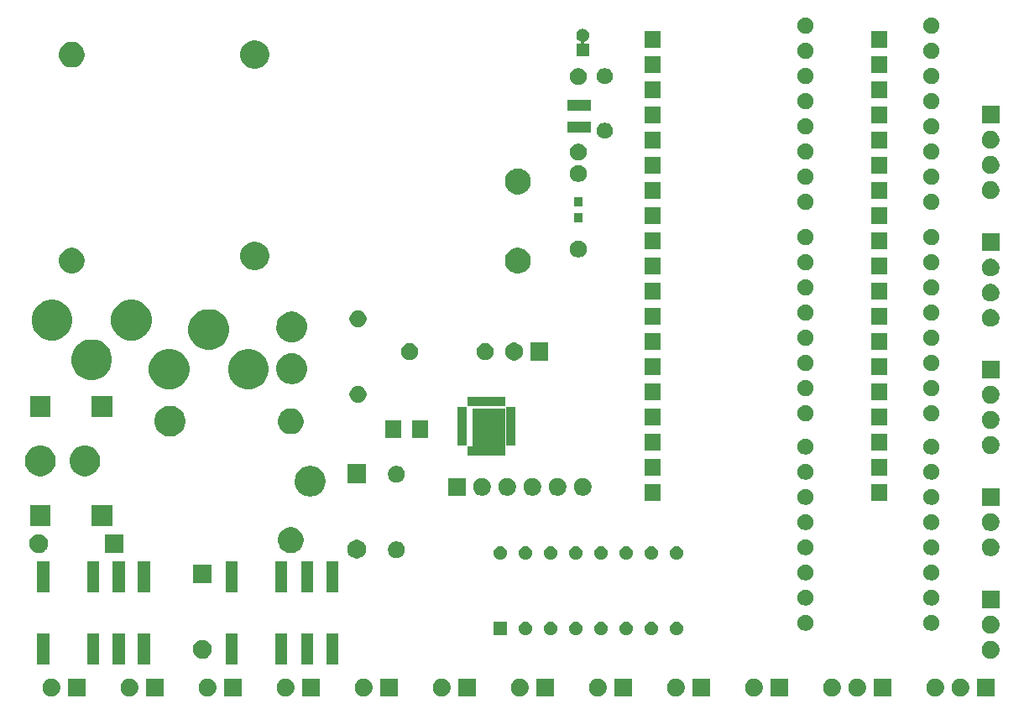
<source format=gbr>
G04 #@! TF.GenerationSoftware,KiCad,Pcbnew,5.1.5+dfsg1-2build2*
G04 #@! TF.CreationDate,2022-04-02T18:44:24-05:00*
G04 #@! TF.ProjectId,caden_final,63616465-6e5f-4666-996e-616c2e6b6963,rev?*
G04 #@! TF.SameCoordinates,Original*
G04 #@! TF.FileFunction,Soldermask,Top*
G04 #@! TF.FilePolarity,Negative*
%FSLAX46Y46*%
G04 Gerber Fmt 4.6, Leading zero omitted, Abs format (unit mm)*
G04 Created by KiCad (PCBNEW 5.1.5+dfsg1-2build2) date 2022-04-02 18:44:24*
%MOMM*%
%LPD*%
G04 APERTURE LIST*
%ADD10C,0.100000*%
G04 APERTURE END LIST*
D10*
G36*
X108470700Y-25666700D02*
G01*
X111671100Y-25666700D01*
X111671100Y-30060900D01*
X108470700Y-30060900D01*
X108470700Y-25666700D01*
G37*
X108470700Y-25666700D02*
X111671100Y-25666700D01*
X111671100Y-30060900D01*
X108470700Y-30060900D01*
X108470700Y-25666700D01*
G36*
X161111500Y-54749000D02*
G01*
X159309500Y-54749000D01*
X159309500Y-52947000D01*
X161111500Y-52947000D01*
X161111500Y-54749000D01*
G37*
G36*
X140283500Y-54749000D02*
G01*
X138481500Y-54749000D01*
X138481500Y-52947000D01*
X140283500Y-52947000D01*
X140283500Y-54749000D01*
G37*
G36*
X85165500Y-54749000D02*
G01*
X83363500Y-54749000D01*
X83363500Y-52947000D01*
X85165500Y-52947000D01*
X85165500Y-54749000D01*
G37*
G36*
X81838012Y-52951927D02*
G01*
X81987312Y-52981624D01*
X82151284Y-53049544D01*
X82298854Y-53148147D01*
X82424353Y-53273646D01*
X82522956Y-53421216D01*
X82590876Y-53585188D01*
X82625500Y-53759259D01*
X82625500Y-53936741D01*
X82590876Y-54110812D01*
X82522956Y-54274784D01*
X82424353Y-54422354D01*
X82298854Y-54547853D01*
X82151284Y-54646456D01*
X81987312Y-54714376D01*
X81838012Y-54744073D01*
X81813242Y-54749000D01*
X81635758Y-54749000D01*
X81610988Y-54744073D01*
X81461688Y-54714376D01*
X81297716Y-54646456D01*
X81150146Y-54547853D01*
X81024647Y-54422354D01*
X80926044Y-54274784D01*
X80858124Y-54110812D01*
X80823500Y-53936741D01*
X80823500Y-53759259D01*
X80858124Y-53585188D01*
X80926044Y-53421216D01*
X81024647Y-53273646D01*
X81150146Y-53148147D01*
X81297716Y-53049544D01*
X81461688Y-52981624D01*
X81610988Y-52951927D01*
X81635758Y-52947000D01*
X81813242Y-52947000D01*
X81838012Y-52951927D01*
G37*
G36*
X73964012Y-52951927D02*
G01*
X74113312Y-52981624D01*
X74277284Y-53049544D01*
X74424854Y-53148147D01*
X74550353Y-53273646D01*
X74648956Y-53421216D01*
X74716876Y-53585188D01*
X74751500Y-53759259D01*
X74751500Y-53936741D01*
X74716876Y-54110812D01*
X74648956Y-54274784D01*
X74550353Y-54422354D01*
X74424854Y-54547853D01*
X74277284Y-54646456D01*
X74113312Y-54714376D01*
X73964012Y-54744073D01*
X73939242Y-54749000D01*
X73761758Y-54749000D01*
X73736988Y-54744073D01*
X73587688Y-54714376D01*
X73423716Y-54646456D01*
X73276146Y-54547853D01*
X73150647Y-54422354D01*
X73052044Y-54274784D01*
X72984124Y-54110812D01*
X72949500Y-53936741D01*
X72949500Y-53759259D01*
X72984124Y-53585188D01*
X73052044Y-53421216D01*
X73150647Y-53273646D01*
X73276146Y-53148147D01*
X73423716Y-53049544D01*
X73587688Y-52981624D01*
X73736988Y-52951927D01*
X73761758Y-52947000D01*
X73939242Y-52947000D01*
X73964012Y-52951927D01*
G37*
G36*
X77291500Y-54749000D02*
G01*
X75489500Y-54749000D01*
X75489500Y-52947000D01*
X77291500Y-52947000D01*
X77291500Y-54749000D01*
G37*
G36*
X66090012Y-52951927D02*
G01*
X66239312Y-52981624D01*
X66403284Y-53049544D01*
X66550854Y-53148147D01*
X66676353Y-53273646D01*
X66774956Y-53421216D01*
X66842876Y-53585188D01*
X66877500Y-53759259D01*
X66877500Y-53936741D01*
X66842876Y-54110812D01*
X66774956Y-54274784D01*
X66676353Y-54422354D01*
X66550854Y-54547853D01*
X66403284Y-54646456D01*
X66239312Y-54714376D01*
X66090012Y-54744073D01*
X66065242Y-54749000D01*
X65887758Y-54749000D01*
X65862988Y-54744073D01*
X65713688Y-54714376D01*
X65549716Y-54646456D01*
X65402146Y-54547853D01*
X65276647Y-54422354D01*
X65178044Y-54274784D01*
X65110124Y-54110812D01*
X65075500Y-53936741D01*
X65075500Y-53759259D01*
X65110124Y-53585188D01*
X65178044Y-53421216D01*
X65276647Y-53273646D01*
X65402146Y-53148147D01*
X65549716Y-53049544D01*
X65713688Y-52981624D01*
X65862988Y-52951927D01*
X65887758Y-52947000D01*
X66065242Y-52947000D01*
X66090012Y-52951927D01*
G37*
G36*
X69417500Y-54749000D02*
G01*
X67615500Y-54749000D01*
X67615500Y-52947000D01*
X69417500Y-52947000D01*
X69417500Y-54749000D01*
G37*
G36*
X147370012Y-52951927D02*
G01*
X147519312Y-52981624D01*
X147683284Y-53049544D01*
X147830854Y-53148147D01*
X147956353Y-53273646D01*
X148054956Y-53421216D01*
X148122876Y-53585188D01*
X148157500Y-53759259D01*
X148157500Y-53936741D01*
X148122876Y-54110812D01*
X148054956Y-54274784D01*
X147956353Y-54422354D01*
X147830854Y-54547853D01*
X147683284Y-54646456D01*
X147519312Y-54714376D01*
X147370012Y-54744073D01*
X147345242Y-54749000D01*
X147167758Y-54749000D01*
X147142988Y-54744073D01*
X146993688Y-54714376D01*
X146829716Y-54646456D01*
X146682146Y-54547853D01*
X146556647Y-54422354D01*
X146458044Y-54274784D01*
X146390124Y-54110812D01*
X146355500Y-53936741D01*
X146355500Y-53759259D01*
X146390124Y-53585188D01*
X146458044Y-53421216D01*
X146556647Y-53273646D01*
X146682146Y-53148147D01*
X146829716Y-53049544D01*
X146993688Y-52981624D01*
X147142988Y-52951927D01*
X147167758Y-52947000D01*
X147345242Y-52947000D01*
X147370012Y-52951927D01*
G37*
G36*
X150697500Y-54749000D02*
G01*
X148895500Y-54749000D01*
X148895500Y-52947000D01*
X150697500Y-52947000D01*
X150697500Y-54749000D01*
G37*
G36*
X144830012Y-52951927D02*
G01*
X144979312Y-52981624D01*
X145143284Y-53049544D01*
X145290854Y-53148147D01*
X145416353Y-53273646D01*
X145514956Y-53421216D01*
X145582876Y-53585188D01*
X145617500Y-53759259D01*
X145617500Y-53936741D01*
X145582876Y-54110812D01*
X145514956Y-54274784D01*
X145416353Y-54422354D01*
X145290854Y-54547853D01*
X145143284Y-54646456D01*
X144979312Y-54714376D01*
X144830012Y-54744073D01*
X144805242Y-54749000D01*
X144627758Y-54749000D01*
X144602988Y-54744073D01*
X144453688Y-54714376D01*
X144289716Y-54646456D01*
X144142146Y-54547853D01*
X144016647Y-54422354D01*
X143918044Y-54274784D01*
X143850124Y-54110812D01*
X143815500Y-53936741D01*
X143815500Y-53759259D01*
X143850124Y-53585188D01*
X143918044Y-53421216D01*
X144016647Y-53273646D01*
X144142146Y-53148147D01*
X144289716Y-53049544D01*
X144453688Y-52981624D01*
X144602988Y-52951927D01*
X144627758Y-52947000D01*
X144805242Y-52947000D01*
X144830012Y-52951927D01*
G37*
G36*
X155244012Y-52951927D02*
G01*
X155393312Y-52981624D01*
X155557284Y-53049544D01*
X155704854Y-53148147D01*
X155830353Y-53273646D01*
X155928956Y-53421216D01*
X155996876Y-53585188D01*
X156031500Y-53759259D01*
X156031500Y-53936741D01*
X155996876Y-54110812D01*
X155928956Y-54274784D01*
X155830353Y-54422354D01*
X155704854Y-54547853D01*
X155557284Y-54646456D01*
X155393312Y-54714376D01*
X155244012Y-54744073D01*
X155219242Y-54749000D01*
X155041758Y-54749000D01*
X155016988Y-54744073D01*
X154867688Y-54714376D01*
X154703716Y-54646456D01*
X154556146Y-54547853D01*
X154430647Y-54422354D01*
X154332044Y-54274784D01*
X154264124Y-54110812D01*
X154229500Y-53936741D01*
X154229500Y-53759259D01*
X154264124Y-53585188D01*
X154332044Y-53421216D01*
X154430647Y-53273646D01*
X154556146Y-53148147D01*
X154703716Y-53049544D01*
X154867688Y-52981624D01*
X155016988Y-52951927D01*
X155041758Y-52947000D01*
X155219242Y-52947000D01*
X155244012Y-52951927D01*
G37*
G36*
X136956012Y-52951927D02*
G01*
X137105312Y-52981624D01*
X137269284Y-53049544D01*
X137416854Y-53148147D01*
X137542353Y-53273646D01*
X137640956Y-53421216D01*
X137708876Y-53585188D01*
X137743500Y-53759259D01*
X137743500Y-53936741D01*
X137708876Y-54110812D01*
X137640956Y-54274784D01*
X137542353Y-54422354D01*
X137416854Y-54547853D01*
X137269284Y-54646456D01*
X137105312Y-54714376D01*
X136956012Y-54744073D01*
X136931242Y-54749000D01*
X136753758Y-54749000D01*
X136728988Y-54744073D01*
X136579688Y-54714376D01*
X136415716Y-54646456D01*
X136268146Y-54547853D01*
X136142647Y-54422354D01*
X136044044Y-54274784D01*
X135976124Y-54110812D01*
X135941500Y-53936741D01*
X135941500Y-53759259D01*
X135976124Y-53585188D01*
X136044044Y-53421216D01*
X136142647Y-53273646D01*
X136268146Y-53148147D01*
X136415716Y-53049544D01*
X136579688Y-52981624D01*
X136728988Y-52951927D01*
X136753758Y-52947000D01*
X136931242Y-52947000D01*
X136956012Y-52951927D01*
G37*
G36*
X157784012Y-52951927D02*
G01*
X157933312Y-52981624D01*
X158097284Y-53049544D01*
X158244854Y-53148147D01*
X158370353Y-53273646D01*
X158468956Y-53421216D01*
X158536876Y-53585188D01*
X158571500Y-53759259D01*
X158571500Y-53936741D01*
X158536876Y-54110812D01*
X158468956Y-54274784D01*
X158370353Y-54422354D01*
X158244854Y-54547853D01*
X158097284Y-54646456D01*
X157933312Y-54714376D01*
X157784012Y-54744073D01*
X157759242Y-54749000D01*
X157581758Y-54749000D01*
X157556988Y-54744073D01*
X157407688Y-54714376D01*
X157243716Y-54646456D01*
X157096146Y-54547853D01*
X156970647Y-54422354D01*
X156872044Y-54274784D01*
X156804124Y-54110812D01*
X156769500Y-53936741D01*
X156769500Y-53759259D01*
X156804124Y-53585188D01*
X156872044Y-53421216D01*
X156970647Y-53273646D01*
X157096146Y-53148147D01*
X157243716Y-53049544D01*
X157407688Y-52981624D01*
X157556988Y-52951927D01*
X157581758Y-52947000D01*
X157759242Y-52947000D01*
X157784012Y-52951927D01*
G37*
G36*
X129082012Y-52951927D02*
G01*
X129231312Y-52981624D01*
X129395284Y-53049544D01*
X129542854Y-53148147D01*
X129668353Y-53273646D01*
X129766956Y-53421216D01*
X129834876Y-53585188D01*
X129869500Y-53759259D01*
X129869500Y-53936741D01*
X129834876Y-54110812D01*
X129766956Y-54274784D01*
X129668353Y-54422354D01*
X129542854Y-54547853D01*
X129395284Y-54646456D01*
X129231312Y-54714376D01*
X129082012Y-54744073D01*
X129057242Y-54749000D01*
X128879758Y-54749000D01*
X128854988Y-54744073D01*
X128705688Y-54714376D01*
X128541716Y-54646456D01*
X128394146Y-54547853D01*
X128268647Y-54422354D01*
X128170044Y-54274784D01*
X128102124Y-54110812D01*
X128067500Y-53936741D01*
X128067500Y-53759259D01*
X128102124Y-53585188D01*
X128170044Y-53421216D01*
X128268647Y-53273646D01*
X128394146Y-53148147D01*
X128541716Y-53049544D01*
X128705688Y-52981624D01*
X128854988Y-52951927D01*
X128879758Y-52947000D01*
X129057242Y-52947000D01*
X129082012Y-52951927D01*
G37*
G36*
X93039500Y-54749000D02*
G01*
X91237500Y-54749000D01*
X91237500Y-52947000D01*
X93039500Y-52947000D01*
X93039500Y-54749000D01*
G37*
G36*
X89712012Y-52951927D02*
G01*
X89861312Y-52981624D01*
X90025284Y-53049544D01*
X90172854Y-53148147D01*
X90298353Y-53273646D01*
X90396956Y-53421216D01*
X90464876Y-53585188D01*
X90499500Y-53759259D01*
X90499500Y-53936741D01*
X90464876Y-54110812D01*
X90396956Y-54274784D01*
X90298353Y-54422354D01*
X90172854Y-54547853D01*
X90025284Y-54646456D01*
X89861312Y-54714376D01*
X89712012Y-54744073D01*
X89687242Y-54749000D01*
X89509758Y-54749000D01*
X89484988Y-54744073D01*
X89335688Y-54714376D01*
X89171716Y-54646456D01*
X89024146Y-54547853D01*
X88898647Y-54422354D01*
X88800044Y-54274784D01*
X88732124Y-54110812D01*
X88697500Y-53936741D01*
X88697500Y-53759259D01*
X88732124Y-53585188D01*
X88800044Y-53421216D01*
X88898647Y-53273646D01*
X89024146Y-53148147D01*
X89171716Y-53049544D01*
X89335688Y-52981624D01*
X89484988Y-52951927D01*
X89509758Y-52947000D01*
X89687242Y-52947000D01*
X89712012Y-52951927D01*
G37*
G36*
X97586012Y-52951927D02*
G01*
X97735312Y-52981624D01*
X97899284Y-53049544D01*
X98046854Y-53148147D01*
X98172353Y-53273646D01*
X98270956Y-53421216D01*
X98338876Y-53585188D01*
X98373500Y-53759259D01*
X98373500Y-53936741D01*
X98338876Y-54110812D01*
X98270956Y-54274784D01*
X98172353Y-54422354D01*
X98046854Y-54547853D01*
X97899284Y-54646456D01*
X97735312Y-54714376D01*
X97586012Y-54744073D01*
X97561242Y-54749000D01*
X97383758Y-54749000D01*
X97358988Y-54744073D01*
X97209688Y-54714376D01*
X97045716Y-54646456D01*
X96898146Y-54547853D01*
X96772647Y-54422354D01*
X96674044Y-54274784D01*
X96606124Y-54110812D01*
X96571500Y-53936741D01*
X96571500Y-53759259D01*
X96606124Y-53585188D01*
X96674044Y-53421216D01*
X96772647Y-53273646D01*
X96898146Y-53148147D01*
X97045716Y-53049544D01*
X97209688Y-52981624D01*
X97358988Y-52951927D01*
X97383758Y-52947000D01*
X97561242Y-52947000D01*
X97586012Y-52951927D01*
G37*
G36*
X100913500Y-54749000D02*
G01*
X99111500Y-54749000D01*
X99111500Y-52947000D01*
X100913500Y-52947000D01*
X100913500Y-54749000D01*
G37*
G36*
X105460012Y-52951927D02*
G01*
X105609312Y-52981624D01*
X105773284Y-53049544D01*
X105920854Y-53148147D01*
X106046353Y-53273646D01*
X106144956Y-53421216D01*
X106212876Y-53585188D01*
X106247500Y-53759259D01*
X106247500Y-53936741D01*
X106212876Y-54110812D01*
X106144956Y-54274784D01*
X106046353Y-54422354D01*
X105920854Y-54547853D01*
X105773284Y-54646456D01*
X105609312Y-54714376D01*
X105460012Y-54744073D01*
X105435242Y-54749000D01*
X105257758Y-54749000D01*
X105232988Y-54744073D01*
X105083688Y-54714376D01*
X104919716Y-54646456D01*
X104772146Y-54547853D01*
X104646647Y-54422354D01*
X104548044Y-54274784D01*
X104480124Y-54110812D01*
X104445500Y-53936741D01*
X104445500Y-53759259D01*
X104480124Y-53585188D01*
X104548044Y-53421216D01*
X104646647Y-53273646D01*
X104772146Y-53148147D01*
X104919716Y-53049544D01*
X105083688Y-52981624D01*
X105232988Y-52951927D01*
X105257758Y-52947000D01*
X105435242Y-52947000D01*
X105460012Y-52951927D01*
G37*
G36*
X108787500Y-54749000D02*
G01*
X106985500Y-54749000D01*
X106985500Y-52947000D01*
X108787500Y-52947000D01*
X108787500Y-54749000D01*
G37*
G36*
X113334012Y-52951927D02*
G01*
X113483312Y-52981624D01*
X113647284Y-53049544D01*
X113794854Y-53148147D01*
X113920353Y-53273646D01*
X114018956Y-53421216D01*
X114086876Y-53585188D01*
X114121500Y-53759259D01*
X114121500Y-53936741D01*
X114086876Y-54110812D01*
X114018956Y-54274784D01*
X113920353Y-54422354D01*
X113794854Y-54547853D01*
X113647284Y-54646456D01*
X113483312Y-54714376D01*
X113334012Y-54744073D01*
X113309242Y-54749000D01*
X113131758Y-54749000D01*
X113106988Y-54744073D01*
X112957688Y-54714376D01*
X112793716Y-54646456D01*
X112646146Y-54547853D01*
X112520647Y-54422354D01*
X112422044Y-54274784D01*
X112354124Y-54110812D01*
X112319500Y-53936741D01*
X112319500Y-53759259D01*
X112354124Y-53585188D01*
X112422044Y-53421216D01*
X112520647Y-53273646D01*
X112646146Y-53148147D01*
X112793716Y-53049544D01*
X112957688Y-52981624D01*
X113106988Y-52951927D01*
X113131758Y-52947000D01*
X113309242Y-52947000D01*
X113334012Y-52951927D01*
G37*
G36*
X116661500Y-54749000D02*
G01*
X114859500Y-54749000D01*
X114859500Y-52947000D01*
X116661500Y-52947000D01*
X116661500Y-54749000D01*
G37*
G36*
X124535500Y-54749000D02*
G01*
X122733500Y-54749000D01*
X122733500Y-52947000D01*
X124535500Y-52947000D01*
X124535500Y-54749000D01*
G37*
G36*
X121208012Y-52951927D02*
G01*
X121357312Y-52981624D01*
X121521284Y-53049544D01*
X121668854Y-53148147D01*
X121794353Y-53273646D01*
X121892956Y-53421216D01*
X121960876Y-53585188D01*
X121995500Y-53759259D01*
X121995500Y-53936741D01*
X121960876Y-54110812D01*
X121892956Y-54274784D01*
X121794353Y-54422354D01*
X121668854Y-54547853D01*
X121521284Y-54646456D01*
X121357312Y-54714376D01*
X121208012Y-54744073D01*
X121183242Y-54749000D01*
X121005758Y-54749000D01*
X120980988Y-54744073D01*
X120831688Y-54714376D01*
X120667716Y-54646456D01*
X120520146Y-54547853D01*
X120394647Y-54422354D01*
X120296044Y-54274784D01*
X120228124Y-54110812D01*
X120193500Y-53936741D01*
X120193500Y-53759259D01*
X120228124Y-53585188D01*
X120296044Y-53421216D01*
X120394647Y-53273646D01*
X120520146Y-53148147D01*
X120667716Y-53049544D01*
X120831688Y-52981624D01*
X120980988Y-52951927D01*
X121005758Y-52947000D01*
X121183242Y-52947000D01*
X121208012Y-52951927D01*
G37*
G36*
X132409500Y-54749000D02*
G01*
X130607500Y-54749000D01*
X130607500Y-52947000D01*
X132409500Y-52947000D01*
X132409500Y-54749000D01*
G37*
G36*
X75917000Y-51525500D02*
G01*
X74705000Y-51525500D01*
X74705000Y-48423500D01*
X75917000Y-48423500D01*
X75917000Y-51525500D01*
G37*
G36*
X70777000Y-51525500D02*
G01*
X69565000Y-51525500D01*
X69565000Y-48423500D01*
X70777000Y-48423500D01*
X70777000Y-51525500D01*
G37*
G36*
X73377000Y-51525500D02*
G01*
X72165000Y-51525500D01*
X72165000Y-48423500D01*
X73377000Y-48423500D01*
X73377000Y-51525500D01*
G37*
G36*
X65757000Y-51525500D02*
G01*
X64545000Y-51525500D01*
X64545000Y-48423500D01*
X65757000Y-48423500D01*
X65757000Y-51525500D01*
G37*
G36*
X84743500Y-51513000D02*
G01*
X83531500Y-51513000D01*
X83531500Y-48411000D01*
X84743500Y-48411000D01*
X84743500Y-51513000D01*
G37*
G36*
X89763500Y-51513000D02*
G01*
X88551500Y-51513000D01*
X88551500Y-48411000D01*
X89763500Y-48411000D01*
X89763500Y-51513000D01*
G37*
G36*
X92363500Y-51513000D02*
G01*
X91151500Y-51513000D01*
X91151500Y-48411000D01*
X92363500Y-48411000D01*
X92363500Y-51513000D01*
G37*
G36*
X94903500Y-51513000D02*
G01*
X93691500Y-51513000D01*
X93691500Y-48411000D01*
X94903500Y-48411000D01*
X94903500Y-51513000D01*
G37*
G36*
X160832012Y-49141927D02*
G01*
X160981312Y-49171624D01*
X161145284Y-49239544D01*
X161292854Y-49338147D01*
X161418353Y-49463646D01*
X161516956Y-49611216D01*
X161584876Y-49775188D01*
X161619500Y-49949259D01*
X161619500Y-50126741D01*
X161584876Y-50300812D01*
X161516956Y-50464784D01*
X161418353Y-50612354D01*
X161292854Y-50737853D01*
X161145284Y-50836456D01*
X160981312Y-50904376D01*
X160832012Y-50934073D01*
X160807242Y-50939000D01*
X160629758Y-50939000D01*
X160604988Y-50934073D01*
X160455688Y-50904376D01*
X160291716Y-50836456D01*
X160144146Y-50737853D01*
X160018647Y-50612354D01*
X159920044Y-50464784D01*
X159852124Y-50300812D01*
X159817500Y-50126741D01*
X159817500Y-49949259D01*
X159852124Y-49775188D01*
X159920044Y-49611216D01*
X160018647Y-49463646D01*
X160144146Y-49338147D01*
X160291716Y-49239544D01*
X160455688Y-49171624D01*
X160604988Y-49141927D01*
X160629758Y-49137000D01*
X160807242Y-49137000D01*
X160832012Y-49141927D01*
G37*
G36*
X81493895Y-49060046D02*
G01*
X81666966Y-49131734D01*
X81726667Y-49171625D01*
X81822727Y-49235810D01*
X81955190Y-49368273D01*
X81955191Y-49368275D01*
X82059266Y-49524034D01*
X82130954Y-49697105D01*
X82167500Y-49880833D01*
X82167500Y-50068167D01*
X82130954Y-50251895D01*
X82059266Y-50424966D01*
X82059265Y-50424967D01*
X81955190Y-50580727D01*
X81822727Y-50713190D01*
X81785816Y-50737853D01*
X81666966Y-50817266D01*
X81493895Y-50888954D01*
X81310167Y-50925500D01*
X81122833Y-50925500D01*
X80939105Y-50888954D01*
X80766034Y-50817266D01*
X80647184Y-50737853D01*
X80610273Y-50713190D01*
X80477810Y-50580727D01*
X80373735Y-50424967D01*
X80373734Y-50424966D01*
X80302046Y-50251895D01*
X80265500Y-50068167D01*
X80265500Y-49880833D01*
X80302046Y-49697105D01*
X80373734Y-49524034D01*
X80477809Y-49368275D01*
X80477810Y-49368273D01*
X80610273Y-49235810D01*
X80706333Y-49171625D01*
X80766034Y-49131734D01*
X80939105Y-49060046D01*
X81122833Y-49023500D01*
X81310167Y-49023500D01*
X81493895Y-49060046D01*
G37*
G36*
X124155803Y-47207150D02*
G01*
X124223493Y-47235188D01*
X124282959Y-47259820D01*
X124397395Y-47336284D01*
X124494716Y-47433605D01*
X124568910Y-47544643D01*
X124571181Y-47548043D01*
X124623850Y-47675197D01*
X124650700Y-47810183D01*
X124650700Y-47947817D01*
X124623850Y-48082803D01*
X124576195Y-48197853D01*
X124571180Y-48209959D01*
X124494716Y-48324395D01*
X124397395Y-48421716D01*
X124282959Y-48498180D01*
X124282958Y-48498181D01*
X124282957Y-48498181D01*
X124155803Y-48550850D01*
X124020817Y-48577700D01*
X123883183Y-48577700D01*
X123748197Y-48550850D01*
X123621043Y-48498181D01*
X123621042Y-48498181D01*
X123621041Y-48498180D01*
X123506605Y-48421716D01*
X123409284Y-48324395D01*
X123332820Y-48209959D01*
X123327806Y-48197853D01*
X123280150Y-48082803D01*
X123253300Y-47947817D01*
X123253300Y-47810183D01*
X123280150Y-47675197D01*
X123332819Y-47548043D01*
X123335091Y-47544643D01*
X123409284Y-47433605D01*
X123506605Y-47336284D01*
X123621041Y-47259820D01*
X123680508Y-47235188D01*
X123748197Y-47207150D01*
X123883183Y-47180300D01*
X124020817Y-47180300D01*
X124155803Y-47207150D01*
G37*
G36*
X111950700Y-48577700D02*
G01*
X110553300Y-48577700D01*
X110553300Y-47180300D01*
X111950700Y-47180300D01*
X111950700Y-48577700D01*
G37*
G36*
X113995803Y-47207150D02*
G01*
X114063493Y-47235188D01*
X114122959Y-47259820D01*
X114237395Y-47336284D01*
X114334716Y-47433605D01*
X114408910Y-47544643D01*
X114411181Y-47548043D01*
X114463850Y-47675197D01*
X114490700Y-47810183D01*
X114490700Y-47947817D01*
X114463850Y-48082803D01*
X114416195Y-48197853D01*
X114411180Y-48209959D01*
X114334716Y-48324395D01*
X114237395Y-48421716D01*
X114122959Y-48498180D01*
X114122958Y-48498181D01*
X114122957Y-48498181D01*
X113995803Y-48550850D01*
X113860817Y-48577700D01*
X113723183Y-48577700D01*
X113588197Y-48550850D01*
X113461043Y-48498181D01*
X113461042Y-48498181D01*
X113461041Y-48498180D01*
X113346605Y-48421716D01*
X113249284Y-48324395D01*
X113172820Y-48209959D01*
X113167806Y-48197853D01*
X113120150Y-48082803D01*
X113093300Y-47947817D01*
X113093300Y-47810183D01*
X113120150Y-47675197D01*
X113172819Y-47548043D01*
X113175091Y-47544643D01*
X113249284Y-47433605D01*
X113346605Y-47336284D01*
X113461041Y-47259820D01*
X113520508Y-47235188D01*
X113588197Y-47207150D01*
X113723183Y-47180300D01*
X113860817Y-47180300D01*
X113995803Y-47207150D01*
G37*
G36*
X116535803Y-47207150D02*
G01*
X116603493Y-47235188D01*
X116662959Y-47259820D01*
X116777395Y-47336284D01*
X116874716Y-47433605D01*
X116948910Y-47544643D01*
X116951181Y-47548043D01*
X117003850Y-47675197D01*
X117030700Y-47810183D01*
X117030700Y-47947817D01*
X117003850Y-48082803D01*
X116956195Y-48197853D01*
X116951180Y-48209959D01*
X116874716Y-48324395D01*
X116777395Y-48421716D01*
X116662959Y-48498180D01*
X116662958Y-48498181D01*
X116662957Y-48498181D01*
X116535803Y-48550850D01*
X116400817Y-48577700D01*
X116263183Y-48577700D01*
X116128197Y-48550850D01*
X116001043Y-48498181D01*
X116001042Y-48498181D01*
X116001041Y-48498180D01*
X115886605Y-48421716D01*
X115789284Y-48324395D01*
X115712820Y-48209959D01*
X115707806Y-48197853D01*
X115660150Y-48082803D01*
X115633300Y-47947817D01*
X115633300Y-47810183D01*
X115660150Y-47675197D01*
X115712819Y-47548043D01*
X115715091Y-47544643D01*
X115789284Y-47433605D01*
X115886605Y-47336284D01*
X116001041Y-47259820D01*
X116060508Y-47235188D01*
X116128197Y-47207150D01*
X116263183Y-47180300D01*
X116400817Y-47180300D01*
X116535803Y-47207150D01*
G37*
G36*
X119075803Y-47207150D02*
G01*
X119143493Y-47235188D01*
X119202959Y-47259820D01*
X119317395Y-47336284D01*
X119414716Y-47433605D01*
X119488910Y-47544643D01*
X119491181Y-47548043D01*
X119543850Y-47675197D01*
X119570700Y-47810183D01*
X119570700Y-47947817D01*
X119543850Y-48082803D01*
X119496195Y-48197853D01*
X119491180Y-48209959D01*
X119414716Y-48324395D01*
X119317395Y-48421716D01*
X119202959Y-48498180D01*
X119202958Y-48498181D01*
X119202957Y-48498181D01*
X119075803Y-48550850D01*
X118940817Y-48577700D01*
X118803183Y-48577700D01*
X118668197Y-48550850D01*
X118541043Y-48498181D01*
X118541042Y-48498181D01*
X118541041Y-48498180D01*
X118426605Y-48421716D01*
X118329284Y-48324395D01*
X118252820Y-48209959D01*
X118247806Y-48197853D01*
X118200150Y-48082803D01*
X118173300Y-47947817D01*
X118173300Y-47810183D01*
X118200150Y-47675197D01*
X118252819Y-47548043D01*
X118255091Y-47544643D01*
X118329284Y-47433605D01*
X118426605Y-47336284D01*
X118541041Y-47259820D01*
X118600508Y-47235188D01*
X118668197Y-47207150D01*
X118803183Y-47180300D01*
X118940817Y-47180300D01*
X119075803Y-47207150D01*
G37*
G36*
X121615803Y-47207150D02*
G01*
X121683493Y-47235188D01*
X121742959Y-47259820D01*
X121857395Y-47336284D01*
X121954716Y-47433605D01*
X122028910Y-47544643D01*
X122031181Y-47548043D01*
X122083850Y-47675197D01*
X122110700Y-47810183D01*
X122110700Y-47947817D01*
X122083850Y-48082803D01*
X122036195Y-48197853D01*
X122031180Y-48209959D01*
X121954716Y-48324395D01*
X121857395Y-48421716D01*
X121742959Y-48498180D01*
X121742958Y-48498181D01*
X121742957Y-48498181D01*
X121615803Y-48550850D01*
X121480817Y-48577700D01*
X121343183Y-48577700D01*
X121208197Y-48550850D01*
X121081043Y-48498181D01*
X121081042Y-48498181D01*
X121081041Y-48498180D01*
X120966605Y-48421716D01*
X120869284Y-48324395D01*
X120792820Y-48209959D01*
X120787806Y-48197853D01*
X120740150Y-48082803D01*
X120713300Y-47947817D01*
X120713300Y-47810183D01*
X120740150Y-47675197D01*
X120792819Y-47548043D01*
X120795091Y-47544643D01*
X120869284Y-47433605D01*
X120966605Y-47336284D01*
X121081041Y-47259820D01*
X121140508Y-47235188D01*
X121208197Y-47207150D01*
X121343183Y-47180300D01*
X121480817Y-47180300D01*
X121615803Y-47207150D01*
G37*
G36*
X129235803Y-47207150D02*
G01*
X129303493Y-47235188D01*
X129362959Y-47259820D01*
X129477395Y-47336284D01*
X129574716Y-47433605D01*
X129648910Y-47544643D01*
X129651181Y-47548043D01*
X129703850Y-47675197D01*
X129730700Y-47810183D01*
X129730700Y-47947817D01*
X129703850Y-48082803D01*
X129656195Y-48197853D01*
X129651180Y-48209959D01*
X129574716Y-48324395D01*
X129477395Y-48421716D01*
X129362959Y-48498180D01*
X129362958Y-48498181D01*
X129362957Y-48498181D01*
X129235803Y-48550850D01*
X129100817Y-48577700D01*
X128963183Y-48577700D01*
X128828197Y-48550850D01*
X128701043Y-48498181D01*
X128701042Y-48498181D01*
X128701041Y-48498180D01*
X128586605Y-48421716D01*
X128489284Y-48324395D01*
X128412820Y-48209959D01*
X128407806Y-48197853D01*
X128360150Y-48082803D01*
X128333300Y-47947817D01*
X128333300Y-47810183D01*
X128360150Y-47675197D01*
X128412819Y-47548043D01*
X128415091Y-47544643D01*
X128489284Y-47433605D01*
X128586605Y-47336284D01*
X128701041Y-47259820D01*
X128760508Y-47235188D01*
X128828197Y-47207150D01*
X128963183Y-47180300D01*
X129100817Y-47180300D01*
X129235803Y-47207150D01*
G37*
G36*
X126695803Y-47207150D02*
G01*
X126763493Y-47235188D01*
X126822959Y-47259820D01*
X126937395Y-47336284D01*
X127034716Y-47433605D01*
X127108910Y-47544643D01*
X127111181Y-47548043D01*
X127163850Y-47675197D01*
X127190700Y-47810183D01*
X127190700Y-47947817D01*
X127163850Y-48082803D01*
X127116195Y-48197853D01*
X127111180Y-48209959D01*
X127034716Y-48324395D01*
X126937395Y-48421716D01*
X126822959Y-48498180D01*
X126822958Y-48498181D01*
X126822957Y-48498181D01*
X126695803Y-48550850D01*
X126560817Y-48577700D01*
X126423183Y-48577700D01*
X126288197Y-48550850D01*
X126161043Y-48498181D01*
X126161042Y-48498181D01*
X126161041Y-48498180D01*
X126046605Y-48421716D01*
X125949284Y-48324395D01*
X125872820Y-48209959D01*
X125867806Y-48197853D01*
X125820150Y-48082803D01*
X125793300Y-47947817D01*
X125793300Y-47810183D01*
X125820150Y-47675197D01*
X125872819Y-47548043D01*
X125875091Y-47544643D01*
X125949284Y-47433605D01*
X126046605Y-47336284D01*
X126161041Y-47259820D01*
X126220508Y-47235188D01*
X126288197Y-47207150D01*
X126423183Y-47180300D01*
X126560817Y-47180300D01*
X126695803Y-47207150D01*
G37*
G36*
X160832012Y-46601927D02*
G01*
X160981312Y-46631624D01*
X161145284Y-46699544D01*
X161292854Y-46798147D01*
X161418353Y-46923646D01*
X161516956Y-47071216D01*
X161584876Y-47235188D01*
X161619500Y-47409259D01*
X161619500Y-47586741D01*
X161584876Y-47760812D01*
X161516956Y-47924784D01*
X161418353Y-48072354D01*
X161292854Y-48197853D01*
X161145284Y-48296456D01*
X160981312Y-48364376D01*
X160832012Y-48394073D01*
X160807242Y-48399000D01*
X160629758Y-48399000D01*
X160604988Y-48394073D01*
X160455688Y-48364376D01*
X160291716Y-48296456D01*
X160144146Y-48197853D01*
X160018647Y-48072354D01*
X159920044Y-47924784D01*
X159852124Y-47760812D01*
X159817500Y-47586741D01*
X159817500Y-47409259D01*
X159852124Y-47235188D01*
X159920044Y-47071216D01*
X160018647Y-46923646D01*
X160144146Y-46798147D01*
X160291716Y-46699544D01*
X160455688Y-46631624D01*
X160604988Y-46601927D01*
X160629758Y-46597000D01*
X160807242Y-46597000D01*
X160832012Y-46601927D01*
G37*
G36*
X154986642Y-46525742D02*
G01*
X155134601Y-46587029D01*
X155267755Y-46675999D01*
X155381001Y-46789245D01*
X155469971Y-46922399D01*
X155531258Y-47070358D01*
X155562500Y-47227425D01*
X155562500Y-47387575D01*
X155531258Y-47544642D01*
X155469971Y-47692601D01*
X155381001Y-47825755D01*
X155267755Y-47939001D01*
X155134601Y-48027971D01*
X154986642Y-48089258D01*
X154829575Y-48120500D01*
X154669425Y-48120500D01*
X154512358Y-48089258D01*
X154364399Y-48027971D01*
X154231245Y-47939001D01*
X154117999Y-47825755D01*
X154029029Y-47692601D01*
X153967742Y-47544642D01*
X153936500Y-47387575D01*
X153936500Y-47227425D01*
X153967742Y-47070358D01*
X154029029Y-46922399D01*
X154117999Y-46789245D01*
X154231245Y-46675999D01*
X154364399Y-46587029D01*
X154512358Y-46525742D01*
X154669425Y-46494500D01*
X154829575Y-46494500D01*
X154986642Y-46525742D01*
G37*
G36*
X142286642Y-46525742D02*
G01*
X142434601Y-46587029D01*
X142567755Y-46675999D01*
X142681001Y-46789245D01*
X142769971Y-46922399D01*
X142831258Y-47070358D01*
X142862500Y-47227425D01*
X142862500Y-47387575D01*
X142831258Y-47544642D01*
X142769971Y-47692601D01*
X142681001Y-47825755D01*
X142567755Y-47939001D01*
X142434601Y-48027971D01*
X142286642Y-48089258D01*
X142129575Y-48120500D01*
X141969425Y-48120500D01*
X141812358Y-48089258D01*
X141664399Y-48027971D01*
X141531245Y-47939001D01*
X141417999Y-47825755D01*
X141329029Y-47692601D01*
X141267742Y-47544642D01*
X141236500Y-47387575D01*
X141236500Y-47227425D01*
X141267742Y-47070358D01*
X141329029Y-46922399D01*
X141417999Y-46789245D01*
X141531245Y-46675999D01*
X141664399Y-46587029D01*
X141812358Y-46525742D01*
X141969425Y-46494500D01*
X142129575Y-46494500D01*
X142286642Y-46525742D01*
G37*
G36*
X161619500Y-45859000D02*
G01*
X159817500Y-45859000D01*
X159817500Y-44057000D01*
X161619500Y-44057000D01*
X161619500Y-45859000D01*
G37*
G36*
X154986642Y-43985742D02*
G01*
X155134601Y-44047029D01*
X155267755Y-44135999D01*
X155381001Y-44249245D01*
X155469971Y-44382399D01*
X155531258Y-44530358D01*
X155562500Y-44687425D01*
X155562500Y-44847575D01*
X155531258Y-45004642D01*
X155469971Y-45152601D01*
X155381001Y-45285755D01*
X155267755Y-45399001D01*
X155134601Y-45487971D01*
X154986642Y-45549258D01*
X154829575Y-45580500D01*
X154669425Y-45580500D01*
X154512358Y-45549258D01*
X154364399Y-45487971D01*
X154231245Y-45399001D01*
X154117999Y-45285755D01*
X154029029Y-45152601D01*
X153967742Y-45004642D01*
X153936500Y-44847575D01*
X153936500Y-44687425D01*
X153967742Y-44530358D01*
X154029029Y-44382399D01*
X154117999Y-44249245D01*
X154231245Y-44135999D01*
X154364399Y-44047029D01*
X154512358Y-43985742D01*
X154669425Y-43954500D01*
X154829575Y-43954500D01*
X154986642Y-43985742D01*
G37*
G36*
X142286642Y-43985742D02*
G01*
X142434601Y-44047029D01*
X142567755Y-44135999D01*
X142681001Y-44249245D01*
X142769971Y-44382399D01*
X142831258Y-44530358D01*
X142862500Y-44687425D01*
X142862500Y-44847575D01*
X142831258Y-45004642D01*
X142769971Y-45152601D01*
X142681001Y-45285755D01*
X142567755Y-45399001D01*
X142434601Y-45487971D01*
X142286642Y-45549258D01*
X142129575Y-45580500D01*
X141969425Y-45580500D01*
X141812358Y-45549258D01*
X141664399Y-45487971D01*
X141531245Y-45399001D01*
X141417999Y-45285755D01*
X141329029Y-45152601D01*
X141267742Y-45004642D01*
X141236500Y-44847575D01*
X141236500Y-44687425D01*
X141267742Y-44530358D01*
X141329029Y-44382399D01*
X141417999Y-44249245D01*
X141531245Y-44135999D01*
X141664399Y-44047029D01*
X141812358Y-43985742D01*
X141969425Y-43954500D01*
X142129575Y-43954500D01*
X142286642Y-43985742D01*
G37*
G36*
X70777000Y-44235500D02*
G01*
X69565000Y-44235500D01*
X69565000Y-41133500D01*
X70777000Y-41133500D01*
X70777000Y-44235500D01*
G37*
G36*
X65757000Y-44235500D02*
G01*
X64545000Y-44235500D01*
X64545000Y-41133500D01*
X65757000Y-41133500D01*
X65757000Y-44235500D01*
G37*
G36*
X75917000Y-44235500D02*
G01*
X74705000Y-44235500D01*
X74705000Y-41133500D01*
X75917000Y-41133500D01*
X75917000Y-44235500D01*
G37*
G36*
X73377000Y-44235500D02*
G01*
X72165000Y-44235500D01*
X72165000Y-41133500D01*
X73377000Y-41133500D01*
X73377000Y-44235500D01*
G37*
G36*
X92363500Y-44223000D02*
G01*
X91151500Y-44223000D01*
X91151500Y-41121000D01*
X92363500Y-41121000D01*
X92363500Y-44223000D01*
G37*
G36*
X94903500Y-44223000D02*
G01*
X93691500Y-44223000D01*
X93691500Y-41121000D01*
X94903500Y-41121000D01*
X94903500Y-44223000D01*
G37*
G36*
X89763500Y-44223000D02*
G01*
X88551500Y-44223000D01*
X88551500Y-41121000D01*
X89763500Y-41121000D01*
X89763500Y-44223000D01*
G37*
G36*
X84743500Y-44223000D02*
G01*
X83531500Y-44223000D01*
X83531500Y-41121000D01*
X84743500Y-41121000D01*
X84743500Y-44223000D01*
G37*
G36*
X82167500Y-43305500D02*
G01*
X80265500Y-43305500D01*
X80265500Y-41403500D01*
X82167500Y-41403500D01*
X82167500Y-43305500D01*
G37*
G36*
X154986642Y-41445742D02*
G01*
X155134601Y-41507029D01*
X155267755Y-41595999D01*
X155381001Y-41709245D01*
X155469971Y-41842399D01*
X155531258Y-41990358D01*
X155562500Y-42147425D01*
X155562500Y-42307575D01*
X155531258Y-42464642D01*
X155469971Y-42612601D01*
X155381001Y-42745755D01*
X155267755Y-42859001D01*
X155134601Y-42947971D01*
X154986642Y-43009258D01*
X154829575Y-43040500D01*
X154669425Y-43040500D01*
X154512358Y-43009258D01*
X154364399Y-42947971D01*
X154231245Y-42859001D01*
X154117999Y-42745755D01*
X154029029Y-42612601D01*
X153967742Y-42464642D01*
X153936500Y-42307575D01*
X153936500Y-42147425D01*
X153967742Y-41990358D01*
X154029029Y-41842399D01*
X154117999Y-41709245D01*
X154231245Y-41595999D01*
X154364399Y-41507029D01*
X154512358Y-41445742D01*
X154669425Y-41414500D01*
X154829575Y-41414500D01*
X154986642Y-41445742D01*
G37*
G36*
X142286642Y-41445742D02*
G01*
X142434601Y-41507029D01*
X142567755Y-41595999D01*
X142681001Y-41709245D01*
X142769971Y-41842399D01*
X142831258Y-41990358D01*
X142862500Y-42147425D01*
X142862500Y-42307575D01*
X142831258Y-42464642D01*
X142769971Y-42612601D01*
X142681001Y-42745755D01*
X142567755Y-42859001D01*
X142434601Y-42947971D01*
X142286642Y-43009258D01*
X142129575Y-43040500D01*
X141969425Y-43040500D01*
X141812358Y-43009258D01*
X141664399Y-42947971D01*
X141531245Y-42859001D01*
X141417999Y-42745755D01*
X141329029Y-42612601D01*
X141267742Y-42464642D01*
X141236500Y-42307575D01*
X141236500Y-42147425D01*
X141267742Y-41990358D01*
X141329029Y-41842399D01*
X141417999Y-41709245D01*
X141531245Y-41595999D01*
X141664399Y-41507029D01*
X141812358Y-41445742D01*
X141969425Y-41414500D01*
X142129575Y-41414500D01*
X142286642Y-41445742D01*
G37*
G36*
X116535803Y-39587150D02*
G01*
X116584754Y-39607426D01*
X116662959Y-39639820D01*
X116777395Y-39716284D01*
X116874716Y-39813605D01*
X116948910Y-39924643D01*
X116951181Y-39928043D01*
X117003850Y-40055197D01*
X117030700Y-40190183D01*
X117030700Y-40327817D01*
X117003850Y-40462803D01*
X116951785Y-40588500D01*
X116951180Y-40589959D01*
X116874716Y-40704395D01*
X116777395Y-40801716D01*
X116662959Y-40878180D01*
X116662958Y-40878181D01*
X116662957Y-40878181D01*
X116535803Y-40930850D01*
X116400817Y-40957700D01*
X116263183Y-40957700D01*
X116128197Y-40930850D01*
X116001043Y-40878181D01*
X116001042Y-40878181D01*
X116001041Y-40878180D01*
X115886605Y-40801716D01*
X115789284Y-40704395D01*
X115712820Y-40589959D01*
X115712216Y-40588500D01*
X115660150Y-40462803D01*
X115633300Y-40327817D01*
X115633300Y-40190183D01*
X115660150Y-40055197D01*
X115712819Y-39928043D01*
X115715091Y-39924643D01*
X115789284Y-39813605D01*
X115886605Y-39716284D01*
X116001041Y-39639820D01*
X116079247Y-39607426D01*
X116128197Y-39587150D01*
X116263183Y-39560300D01*
X116400817Y-39560300D01*
X116535803Y-39587150D01*
G37*
G36*
X113995803Y-39587150D02*
G01*
X114044754Y-39607426D01*
X114122959Y-39639820D01*
X114237395Y-39716284D01*
X114334716Y-39813605D01*
X114408910Y-39924643D01*
X114411181Y-39928043D01*
X114463850Y-40055197D01*
X114490700Y-40190183D01*
X114490700Y-40327817D01*
X114463850Y-40462803D01*
X114411785Y-40588500D01*
X114411180Y-40589959D01*
X114334716Y-40704395D01*
X114237395Y-40801716D01*
X114122959Y-40878180D01*
X114122958Y-40878181D01*
X114122957Y-40878181D01*
X113995803Y-40930850D01*
X113860817Y-40957700D01*
X113723183Y-40957700D01*
X113588197Y-40930850D01*
X113461043Y-40878181D01*
X113461042Y-40878181D01*
X113461041Y-40878180D01*
X113346605Y-40801716D01*
X113249284Y-40704395D01*
X113172820Y-40589959D01*
X113172216Y-40588500D01*
X113120150Y-40462803D01*
X113093300Y-40327817D01*
X113093300Y-40190183D01*
X113120150Y-40055197D01*
X113172819Y-39928043D01*
X113175091Y-39924643D01*
X113249284Y-39813605D01*
X113346605Y-39716284D01*
X113461041Y-39639820D01*
X113539247Y-39607426D01*
X113588197Y-39587150D01*
X113723183Y-39560300D01*
X113860817Y-39560300D01*
X113995803Y-39587150D01*
G37*
G36*
X111455803Y-39587150D02*
G01*
X111504754Y-39607426D01*
X111582959Y-39639820D01*
X111697395Y-39716284D01*
X111794716Y-39813605D01*
X111868910Y-39924643D01*
X111871181Y-39928043D01*
X111923850Y-40055197D01*
X111950700Y-40190183D01*
X111950700Y-40327817D01*
X111923850Y-40462803D01*
X111871785Y-40588500D01*
X111871180Y-40589959D01*
X111794716Y-40704395D01*
X111697395Y-40801716D01*
X111582959Y-40878180D01*
X111582958Y-40878181D01*
X111582957Y-40878181D01*
X111455803Y-40930850D01*
X111320817Y-40957700D01*
X111183183Y-40957700D01*
X111048197Y-40930850D01*
X110921043Y-40878181D01*
X110921042Y-40878181D01*
X110921041Y-40878180D01*
X110806605Y-40801716D01*
X110709284Y-40704395D01*
X110632820Y-40589959D01*
X110632216Y-40588500D01*
X110580150Y-40462803D01*
X110553300Y-40327817D01*
X110553300Y-40190183D01*
X110580150Y-40055197D01*
X110632819Y-39928043D01*
X110635091Y-39924643D01*
X110709284Y-39813605D01*
X110806605Y-39716284D01*
X110921041Y-39639820D01*
X110999247Y-39607426D01*
X111048197Y-39587150D01*
X111183183Y-39560300D01*
X111320817Y-39560300D01*
X111455803Y-39587150D01*
G37*
G36*
X124155803Y-39587150D02*
G01*
X124204754Y-39607426D01*
X124282959Y-39639820D01*
X124397395Y-39716284D01*
X124494716Y-39813605D01*
X124568910Y-39924643D01*
X124571181Y-39928043D01*
X124623850Y-40055197D01*
X124650700Y-40190183D01*
X124650700Y-40327817D01*
X124623850Y-40462803D01*
X124571785Y-40588500D01*
X124571180Y-40589959D01*
X124494716Y-40704395D01*
X124397395Y-40801716D01*
X124282959Y-40878180D01*
X124282958Y-40878181D01*
X124282957Y-40878181D01*
X124155803Y-40930850D01*
X124020817Y-40957700D01*
X123883183Y-40957700D01*
X123748197Y-40930850D01*
X123621043Y-40878181D01*
X123621042Y-40878181D01*
X123621041Y-40878180D01*
X123506605Y-40801716D01*
X123409284Y-40704395D01*
X123332820Y-40589959D01*
X123332216Y-40588500D01*
X123280150Y-40462803D01*
X123253300Y-40327817D01*
X123253300Y-40190183D01*
X123280150Y-40055197D01*
X123332819Y-39928043D01*
X123335091Y-39924643D01*
X123409284Y-39813605D01*
X123506605Y-39716284D01*
X123621041Y-39639820D01*
X123699247Y-39607426D01*
X123748197Y-39587150D01*
X123883183Y-39560300D01*
X124020817Y-39560300D01*
X124155803Y-39587150D01*
G37*
G36*
X121615803Y-39587150D02*
G01*
X121664754Y-39607426D01*
X121742959Y-39639820D01*
X121857395Y-39716284D01*
X121954716Y-39813605D01*
X122028910Y-39924643D01*
X122031181Y-39928043D01*
X122083850Y-40055197D01*
X122110700Y-40190183D01*
X122110700Y-40327817D01*
X122083850Y-40462803D01*
X122031785Y-40588500D01*
X122031180Y-40589959D01*
X121954716Y-40704395D01*
X121857395Y-40801716D01*
X121742959Y-40878180D01*
X121742958Y-40878181D01*
X121742957Y-40878181D01*
X121615803Y-40930850D01*
X121480817Y-40957700D01*
X121343183Y-40957700D01*
X121208197Y-40930850D01*
X121081043Y-40878181D01*
X121081042Y-40878181D01*
X121081041Y-40878180D01*
X120966605Y-40801716D01*
X120869284Y-40704395D01*
X120792820Y-40589959D01*
X120792216Y-40588500D01*
X120740150Y-40462803D01*
X120713300Y-40327817D01*
X120713300Y-40190183D01*
X120740150Y-40055197D01*
X120792819Y-39928043D01*
X120795091Y-39924643D01*
X120869284Y-39813605D01*
X120966605Y-39716284D01*
X121081041Y-39639820D01*
X121159247Y-39607426D01*
X121208197Y-39587150D01*
X121343183Y-39560300D01*
X121480817Y-39560300D01*
X121615803Y-39587150D01*
G37*
G36*
X129235803Y-39587150D02*
G01*
X129284754Y-39607426D01*
X129362959Y-39639820D01*
X129477395Y-39716284D01*
X129574716Y-39813605D01*
X129648910Y-39924643D01*
X129651181Y-39928043D01*
X129703850Y-40055197D01*
X129730700Y-40190183D01*
X129730700Y-40327817D01*
X129703850Y-40462803D01*
X129651785Y-40588500D01*
X129651180Y-40589959D01*
X129574716Y-40704395D01*
X129477395Y-40801716D01*
X129362959Y-40878180D01*
X129362958Y-40878181D01*
X129362957Y-40878181D01*
X129235803Y-40930850D01*
X129100817Y-40957700D01*
X128963183Y-40957700D01*
X128828197Y-40930850D01*
X128701043Y-40878181D01*
X128701042Y-40878181D01*
X128701041Y-40878180D01*
X128586605Y-40801716D01*
X128489284Y-40704395D01*
X128412820Y-40589959D01*
X128412216Y-40588500D01*
X128360150Y-40462803D01*
X128333300Y-40327817D01*
X128333300Y-40190183D01*
X128360150Y-40055197D01*
X128412819Y-39928043D01*
X128415091Y-39924643D01*
X128489284Y-39813605D01*
X128586605Y-39716284D01*
X128701041Y-39639820D01*
X128779247Y-39607426D01*
X128828197Y-39587150D01*
X128963183Y-39560300D01*
X129100817Y-39560300D01*
X129235803Y-39587150D01*
G37*
G36*
X126695803Y-39587150D02*
G01*
X126744754Y-39607426D01*
X126822959Y-39639820D01*
X126937395Y-39716284D01*
X127034716Y-39813605D01*
X127108910Y-39924643D01*
X127111181Y-39928043D01*
X127163850Y-40055197D01*
X127190700Y-40190183D01*
X127190700Y-40327817D01*
X127163850Y-40462803D01*
X127111785Y-40588500D01*
X127111180Y-40589959D01*
X127034716Y-40704395D01*
X126937395Y-40801716D01*
X126822959Y-40878180D01*
X126822958Y-40878181D01*
X126822957Y-40878181D01*
X126695803Y-40930850D01*
X126560817Y-40957700D01*
X126423183Y-40957700D01*
X126288197Y-40930850D01*
X126161043Y-40878181D01*
X126161042Y-40878181D01*
X126161041Y-40878180D01*
X126046605Y-40801716D01*
X125949284Y-40704395D01*
X125872820Y-40589959D01*
X125872216Y-40588500D01*
X125820150Y-40462803D01*
X125793300Y-40327817D01*
X125793300Y-40190183D01*
X125820150Y-40055197D01*
X125872819Y-39928043D01*
X125875091Y-39924643D01*
X125949284Y-39813605D01*
X126046605Y-39716284D01*
X126161041Y-39639820D01*
X126239247Y-39607426D01*
X126288197Y-39587150D01*
X126423183Y-39560300D01*
X126560817Y-39560300D01*
X126695803Y-39587150D01*
G37*
G36*
X119075803Y-39587150D02*
G01*
X119124754Y-39607426D01*
X119202959Y-39639820D01*
X119317395Y-39716284D01*
X119414716Y-39813605D01*
X119488910Y-39924643D01*
X119491181Y-39928043D01*
X119543850Y-40055197D01*
X119570700Y-40190183D01*
X119570700Y-40327817D01*
X119543850Y-40462803D01*
X119491785Y-40588500D01*
X119491180Y-40589959D01*
X119414716Y-40704395D01*
X119317395Y-40801716D01*
X119202959Y-40878180D01*
X119202958Y-40878181D01*
X119202957Y-40878181D01*
X119075803Y-40930850D01*
X118940817Y-40957700D01*
X118803183Y-40957700D01*
X118668197Y-40930850D01*
X118541043Y-40878181D01*
X118541042Y-40878181D01*
X118541041Y-40878180D01*
X118426605Y-40801716D01*
X118329284Y-40704395D01*
X118252820Y-40589959D01*
X118252216Y-40588500D01*
X118200150Y-40462803D01*
X118173300Y-40327817D01*
X118173300Y-40190183D01*
X118200150Y-40055197D01*
X118252819Y-39928043D01*
X118255091Y-39924643D01*
X118329284Y-39813605D01*
X118426605Y-39716284D01*
X118541041Y-39639820D01*
X118619247Y-39607426D01*
X118668197Y-39587150D01*
X118803183Y-39560300D01*
X118940817Y-39560300D01*
X119075803Y-39587150D01*
G37*
G36*
X97051395Y-38963546D02*
G01*
X97224466Y-39035234D01*
X97224467Y-39035235D01*
X97380227Y-39139310D01*
X97512690Y-39271773D01*
X97533154Y-39302400D01*
X97616766Y-39427534D01*
X97688454Y-39600605D01*
X97725000Y-39784333D01*
X97725000Y-39971667D01*
X97688454Y-40155395D01*
X97616766Y-40328466D01*
X97577419Y-40387353D01*
X97512690Y-40484227D01*
X97380227Y-40616690D01*
X97301818Y-40669081D01*
X97224466Y-40720766D01*
X97051395Y-40792454D01*
X96867667Y-40829000D01*
X96680333Y-40829000D01*
X96496605Y-40792454D01*
X96323534Y-40720766D01*
X96246182Y-40669081D01*
X96167773Y-40616690D01*
X96035310Y-40484227D01*
X95970581Y-40387353D01*
X95931234Y-40328466D01*
X95859546Y-40155395D01*
X95823000Y-39971667D01*
X95823000Y-39784333D01*
X95859546Y-39600605D01*
X95931234Y-39427534D01*
X96014846Y-39302400D01*
X96035310Y-39271773D01*
X96167773Y-39139310D01*
X96323533Y-39035235D01*
X96323534Y-39035234D01*
X96496605Y-38963546D01*
X96680333Y-38927000D01*
X96867667Y-38927000D01*
X97051395Y-38963546D01*
G37*
G36*
X101022728Y-39123203D02*
G01*
X101177600Y-39187353D01*
X101316981Y-39280485D01*
X101435515Y-39399019D01*
X101528647Y-39538400D01*
X101592797Y-39693272D01*
X101625500Y-39857684D01*
X101625500Y-40025316D01*
X101592797Y-40189728D01*
X101528647Y-40344600D01*
X101435515Y-40483981D01*
X101316981Y-40602515D01*
X101177600Y-40695647D01*
X101022728Y-40759797D01*
X100858316Y-40792500D01*
X100690684Y-40792500D01*
X100526272Y-40759797D01*
X100371400Y-40695647D01*
X100232019Y-40602515D01*
X100113485Y-40483981D01*
X100020353Y-40344600D01*
X99956203Y-40189728D01*
X99923500Y-40025316D01*
X99923500Y-39857684D01*
X99956203Y-39693272D01*
X100020353Y-39538400D01*
X100113485Y-39399019D01*
X100232019Y-39280485D01*
X100371400Y-39187353D01*
X100526272Y-39123203D01*
X100690684Y-39090500D01*
X100858316Y-39090500D01*
X101022728Y-39123203D01*
G37*
G36*
X160832012Y-38791427D02*
G01*
X160981312Y-38821124D01*
X161145284Y-38889044D01*
X161292854Y-38987647D01*
X161418353Y-39113146D01*
X161516956Y-39260716D01*
X161584876Y-39424688D01*
X161611850Y-39560300D01*
X161619500Y-39598758D01*
X161619500Y-39776242D01*
X161617890Y-39784335D01*
X161584876Y-39950312D01*
X161516956Y-40114284D01*
X161418353Y-40261854D01*
X161292854Y-40387353D01*
X161145284Y-40485956D01*
X160981312Y-40553876D01*
X160832012Y-40583573D01*
X160807242Y-40588500D01*
X160629758Y-40588500D01*
X160604988Y-40583573D01*
X160455688Y-40553876D01*
X160291716Y-40485956D01*
X160144146Y-40387353D01*
X160018647Y-40261854D01*
X159920044Y-40114284D01*
X159852124Y-39950312D01*
X159819110Y-39784335D01*
X159817500Y-39776242D01*
X159817500Y-39598758D01*
X159825150Y-39560300D01*
X159852124Y-39424688D01*
X159920044Y-39260716D01*
X160018647Y-39113146D01*
X160144146Y-38987647D01*
X160291716Y-38889044D01*
X160455688Y-38821124D01*
X160604988Y-38791427D01*
X160629758Y-38786500D01*
X160807242Y-38786500D01*
X160832012Y-38791427D01*
G37*
G36*
X154986642Y-38905742D02*
G01*
X155134601Y-38967029D01*
X155267755Y-39055999D01*
X155381001Y-39169245D01*
X155469971Y-39302399D01*
X155531258Y-39450358D01*
X155562500Y-39607425D01*
X155562500Y-39767575D01*
X155531258Y-39924642D01*
X155469971Y-40072601D01*
X155381001Y-40205755D01*
X155267755Y-40319001D01*
X155134601Y-40407971D01*
X154986642Y-40469258D01*
X154829575Y-40500500D01*
X154669425Y-40500500D01*
X154512358Y-40469258D01*
X154364399Y-40407971D01*
X154231245Y-40319001D01*
X154117999Y-40205755D01*
X154029029Y-40072601D01*
X153967742Y-39924642D01*
X153936500Y-39767575D01*
X153936500Y-39607425D01*
X153967742Y-39450358D01*
X154029029Y-39302399D01*
X154117999Y-39169245D01*
X154231245Y-39055999D01*
X154364399Y-38967029D01*
X154512358Y-38905742D01*
X154669425Y-38874500D01*
X154829575Y-38874500D01*
X154986642Y-38905742D01*
G37*
G36*
X142286642Y-38905742D02*
G01*
X142434601Y-38967029D01*
X142567755Y-39055999D01*
X142681001Y-39169245D01*
X142769971Y-39302399D01*
X142831258Y-39450358D01*
X142862500Y-39607425D01*
X142862500Y-39767575D01*
X142831258Y-39924642D01*
X142769971Y-40072601D01*
X142681001Y-40205755D01*
X142567755Y-40319001D01*
X142434601Y-40407971D01*
X142286642Y-40469258D01*
X142129575Y-40500500D01*
X141969425Y-40500500D01*
X141812358Y-40469258D01*
X141664399Y-40407971D01*
X141531245Y-40319001D01*
X141417999Y-40205755D01*
X141329029Y-40072601D01*
X141267742Y-39924642D01*
X141236500Y-39767575D01*
X141236500Y-39607425D01*
X141267742Y-39450358D01*
X141329029Y-39302399D01*
X141417999Y-39169245D01*
X141531245Y-39055999D01*
X141664399Y-38967029D01*
X141812358Y-38905742D01*
X141969425Y-38874500D01*
X142129575Y-38874500D01*
X142286642Y-38905742D01*
G37*
G36*
X90504487Y-37718996D02*
G01*
X90649351Y-37779001D01*
X90741255Y-37817069D01*
X90786578Y-37847353D01*
X90954339Y-37959447D01*
X91135553Y-38140661D01*
X91277932Y-38353747D01*
X91376004Y-38590513D01*
X91426000Y-38841861D01*
X91426000Y-39098139D01*
X91376004Y-39349487D01*
X91297753Y-39538400D01*
X91277931Y-39586255D01*
X91135553Y-39799339D01*
X90954339Y-39980553D01*
X90741255Y-40122931D01*
X90741254Y-40122932D01*
X90741253Y-40122932D01*
X90504487Y-40221004D01*
X90253139Y-40271000D01*
X89996861Y-40271000D01*
X89745513Y-40221004D01*
X89508747Y-40122932D01*
X89508746Y-40122932D01*
X89508745Y-40122931D01*
X89295661Y-39980553D01*
X89114447Y-39799339D01*
X88972069Y-39586255D01*
X88952247Y-39538400D01*
X88873996Y-39349487D01*
X88824000Y-39098139D01*
X88824000Y-38841861D01*
X88873996Y-38590513D01*
X88972068Y-38353747D01*
X89114447Y-38140661D01*
X89295661Y-37959447D01*
X89463422Y-37847353D01*
X89508745Y-37817069D01*
X89600649Y-37779001D01*
X89745513Y-37718996D01*
X89996861Y-37669000D01*
X90253139Y-37669000D01*
X90504487Y-37718996D01*
G37*
G36*
X73277500Y-40257500D02*
G01*
X71375500Y-40257500D01*
X71375500Y-38355500D01*
X73277500Y-38355500D01*
X73277500Y-40257500D01*
G37*
G36*
X64983895Y-38392046D02*
G01*
X65156966Y-38463734D01*
X65156967Y-38463735D01*
X65312727Y-38567810D01*
X65445190Y-38700273D01*
X65445191Y-38700275D01*
X65549266Y-38856034D01*
X65620954Y-39029105D01*
X65657500Y-39212833D01*
X65657500Y-39400167D01*
X65620954Y-39583895D01*
X65549266Y-39756966D01*
X65520953Y-39799339D01*
X65445190Y-39912727D01*
X65312727Y-40045190D01*
X65297750Y-40055197D01*
X65156966Y-40149266D01*
X64983895Y-40220954D01*
X64800167Y-40257500D01*
X64612833Y-40257500D01*
X64429105Y-40220954D01*
X64256034Y-40149266D01*
X64115250Y-40055197D01*
X64100273Y-40045190D01*
X63967810Y-39912727D01*
X63892047Y-39799339D01*
X63863734Y-39756966D01*
X63792046Y-39583895D01*
X63755500Y-39400167D01*
X63755500Y-39212833D01*
X63792046Y-39029105D01*
X63863734Y-38856034D01*
X63967809Y-38700275D01*
X63967810Y-38700273D01*
X64100273Y-38567810D01*
X64256033Y-38463735D01*
X64256034Y-38463734D01*
X64429105Y-38392046D01*
X64612833Y-38355500D01*
X64800167Y-38355500D01*
X64983895Y-38392046D01*
G37*
G36*
X160832012Y-36251427D02*
G01*
X160981312Y-36281124D01*
X161145284Y-36349044D01*
X161292854Y-36447647D01*
X161418353Y-36573146D01*
X161516956Y-36720716D01*
X161584876Y-36884688D01*
X161619500Y-37058759D01*
X161619500Y-37236241D01*
X161584876Y-37410312D01*
X161516956Y-37574284D01*
X161418353Y-37721854D01*
X161292854Y-37847353D01*
X161145284Y-37945956D01*
X160981312Y-38013876D01*
X160832012Y-38043573D01*
X160807242Y-38048500D01*
X160629758Y-38048500D01*
X160604988Y-38043573D01*
X160455688Y-38013876D01*
X160291716Y-37945956D01*
X160144146Y-37847353D01*
X160018647Y-37721854D01*
X159920044Y-37574284D01*
X159852124Y-37410312D01*
X159817500Y-37236241D01*
X159817500Y-37058759D01*
X159852124Y-36884688D01*
X159920044Y-36720716D01*
X160018647Y-36573146D01*
X160144146Y-36447647D01*
X160291716Y-36349044D01*
X160455688Y-36281124D01*
X160604988Y-36251427D01*
X160629758Y-36246500D01*
X160807242Y-36246500D01*
X160832012Y-36251427D01*
G37*
G36*
X142286642Y-36365742D02*
G01*
X142434601Y-36427029D01*
X142567755Y-36515999D01*
X142681001Y-36629245D01*
X142769971Y-36762399D01*
X142831258Y-36910358D01*
X142862500Y-37067425D01*
X142862500Y-37227575D01*
X142831258Y-37384642D01*
X142769971Y-37532601D01*
X142681001Y-37665755D01*
X142567755Y-37779001D01*
X142434601Y-37867971D01*
X142286642Y-37929258D01*
X142129575Y-37960500D01*
X141969425Y-37960500D01*
X141812358Y-37929258D01*
X141664399Y-37867971D01*
X141531245Y-37779001D01*
X141417999Y-37665755D01*
X141329029Y-37532601D01*
X141267742Y-37384642D01*
X141236500Y-37227575D01*
X141236500Y-37067425D01*
X141267742Y-36910358D01*
X141329029Y-36762399D01*
X141417999Y-36629245D01*
X141531245Y-36515999D01*
X141664399Y-36427029D01*
X141812358Y-36365742D01*
X141969425Y-36334500D01*
X142129575Y-36334500D01*
X142286642Y-36365742D01*
G37*
G36*
X154986642Y-36365742D02*
G01*
X155134601Y-36427029D01*
X155267755Y-36515999D01*
X155381001Y-36629245D01*
X155469971Y-36762399D01*
X155531258Y-36910358D01*
X155562500Y-37067425D01*
X155562500Y-37227575D01*
X155531258Y-37384642D01*
X155469971Y-37532601D01*
X155381001Y-37665755D01*
X155267755Y-37779001D01*
X155134601Y-37867971D01*
X154986642Y-37929258D01*
X154829575Y-37960500D01*
X154669425Y-37960500D01*
X154512358Y-37929258D01*
X154364399Y-37867971D01*
X154231245Y-37779001D01*
X154117999Y-37665755D01*
X154029029Y-37532601D01*
X153967742Y-37384642D01*
X153936500Y-37227575D01*
X153936500Y-37067425D01*
X153967742Y-36910358D01*
X154029029Y-36762399D01*
X154117999Y-36629245D01*
X154231245Y-36515999D01*
X154364399Y-36427029D01*
X154512358Y-36365742D01*
X154669425Y-36334500D01*
X154829575Y-36334500D01*
X154986642Y-36365742D01*
G37*
G36*
X72107500Y-37514500D02*
G01*
X70005500Y-37514500D01*
X70005500Y-35412500D01*
X72107500Y-35412500D01*
X72107500Y-37514500D01*
G37*
G36*
X65907500Y-37514500D02*
G01*
X63805500Y-37514500D01*
X63805500Y-35412500D01*
X65907500Y-35412500D01*
X65907500Y-37514500D01*
G37*
G36*
X161619500Y-35508500D02*
G01*
X159817500Y-35508500D01*
X159817500Y-33706500D01*
X161619500Y-33706500D01*
X161619500Y-35508500D01*
G37*
G36*
X154986642Y-33825742D02*
G01*
X155134601Y-33887029D01*
X155267755Y-33975999D01*
X155381001Y-34089245D01*
X155469971Y-34222399D01*
X155531258Y-34370358D01*
X155562500Y-34527425D01*
X155562500Y-34687575D01*
X155531258Y-34844642D01*
X155469971Y-34992601D01*
X155381001Y-35125755D01*
X155267755Y-35239001D01*
X155134601Y-35327971D01*
X154986642Y-35389258D01*
X154829575Y-35420500D01*
X154669425Y-35420500D01*
X154512358Y-35389258D01*
X154364399Y-35327971D01*
X154231245Y-35239001D01*
X154117999Y-35125755D01*
X154029029Y-34992601D01*
X153967742Y-34844642D01*
X153936500Y-34687575D01*
X153936500Y-34527425D01*
X153967742Y-34370358D01*
X154029029Y-34222399D01*
X154117999Y-34089245D01*
X154231245Y-33975999D01*
X154364399Y-33887029D01*
X154512358Y-33825742D01*
X154669425Y-33794500D01*
X154829575Y-33794500D01*
X154986642Y-33825742D01*
G37*
G36*
X142286642Y-33825742D02*
G01*
X142434601Y-33887029D01*
X142567755Y-33975999D01*
X142681001Y-34089245D01*
X142769971Y-34222399D01*
X142831258Y-34370358D01*
X142862500Y-34527425D01*
X142862500Y-34687575D01*
X142831258Y-34844642D01*
X142769971Y-34992601D01*
X142681001Y-35125755D01*
X142567755Y-35239001D01*
X142434601Y-35327971D01*
X142286642Y-35389258D01*
X142129575Y-35420500D01*
X141969425Y-35420500D01*
X141812358Y-35389258D01*
X141664399Y-35327971D01*
X141531245Y-35239001D01*
X141417999Y-35125755D01*
X141329029Y-34992601D01*
X141267742Y-34844642D01*
X141236500Y-34687575D01*
X141236500Y-34527425D01*
X141267742Y-34370358D01*
X141329029Y-34222399D01*
X141417999Y-34089245D01*
X141531245Y-33975999D01*
X141664399Y-33887029D01*
X141812358Y-33825742D01*
X141969425Y-33794500D01*
X142129575Y-33794500D01*
X142286642Y-33825742D01*
G37*
G36*
X127432000Y-34976000D02*
G01*
X125806000Y-34976000D01*
X125806000Y-33350000D01*
X127432000Y-33350000D01*
X127432000Y-34976000D01*
G37*
G36*
X150292000Y-34976000D02*
G01*
X148666000Y-34976000D01*
X148666000Y-33350000D01*
X150292000Y-33350000D01*
X150292000Y-34976000D01*
G37*
G36*
X92377585Y-31498802D02*
G01*
X92527410Y-31528604D01*
X92809674Y-31645521D01*
X93063705Y-31815259D01*
X93279741Y-32031295D01*
X93449479Y-32285326D01*
X93566396Y-32567590D01*
X93590844Y-32690500D01*
X93626000Y-32867239D01*
X93626000Y-33172761D01*
X93596198Y-33322585D01*
X93566396Y-33472410D01*
X93449479Y-33754674D01*
X93279741Y-34008705D01*
X93063705Y-34224741D01*
X92809674Y-34394479D01*
X92527410Y-34511396D01*
X92377585Y-34541198D01*
X92227761Y-34571000D01*
X91922239Y-34571000D01*
X91772415Y-34541198D01*
X91622590Y-34511396D01*
X91340326Y-34394479D01*
X91086295Y-34224741D01*
X90870259Y-34008705D01*
X90700521Y-33754674D01*
X90583604Y-33472410D01*
X90553802Y-33322585D01*
X90524000Y-33172761D01*
X90524000Y-32867239D01*
X90559156Y-32690500D01*
X90583604Y-32567590D01*
X90700521Y-32285326D01*
X90870259Y-32031295D01*
X91086295Y-31815259D01*
X91340326Y-31645521D01*
X91622590Y-31528604D01*
X91772415Y-31498802D01*
X91922239Y-31469000D01*
X92227761Y-31469000D01*
X92377585Y-31498802D01*
G37*
G36*
X109524012Y-32695427D02*
G01*
X109673312Y-32725124D01*
X109837284Y-32793044D01*
X109984854Y-32891647D01*
X110110353Y-33017146D01*
X110208956Y-33164716D01*
X110276876Y-33328688D01*
X110311500Y-33502759D01*
X110311500Y-33680241D01*
X110276876Y-33854312D01*
X110208956Y-34018284D01*
X110110353Y-34165854D01*
X109984854Y-34291353D01*
X109837284Y-34389956D01*
X109673312Y-34457876D01*
X109524012Y-34487573D01*
X109499242Y-34492500D01*
X109321758Y-34492500D01*
X109296988Y-34487573D01*
X109147688Y-34457876D01*
X108983716Y-34389956D01*
X108836146Y-34291353D01*
X108710647Y-34165854D01*
X108612044Y-34018284D01*
X108544124Y-33854312D01*
X108509500Y-33680241D01*
X108509500Y-33502759D01*
X108544124Y-33328688D01*
X108612044Y-33164716D01*
X108710647Y-33017146D01*
X108836146Y-32891647D01*
X108983716Y-32793044D01*
X109147688Y-32725124D01*
X109296988Y-32695427D01*
X109321758Y-32690500D01*
X109499242Y-32690500D01*
X109524012Y-32695427D01*
G37*
G36*
X114604012Y-32695427D02*
G01*
X114753312Y-32725124D01*
X114917284Y-32793044D01*
X115064854Y-32891647D01*
X115190353Y-33017146D01*
X115288956Y-33164716D01*
X115356876Y-33328688D01*
X115391500Y-33502759D01*
X115391500Y-33680241D01*
X115356876Y-33854312D01*
X115288956Y-34018284D01*
X115190353Y-34165854D01*
X115064854Y-34291353D01*
X114917284Y-34389956D01*
X114753312Y-34457876D01*
X114604012Y-34487573D01*
X114579242Y-34492500D01*
X114401758Y-34492500D01*
X114376988Y-34487573D01*
X114227688Y-34457876D01*
X114063716Y-34389956D01*
X113916146Y-34291353D01*
X113790647Y-34165854D01*
X113692044Y-34018284D01*
X113624124Y-33854312D01*
X113589500Y-33680241D01*
X113589500Y-33502759D01*
X113624124Y-33328688D01*
X113692044Y-33164716D01*
X113790647Y-33017146D01*
X113916146Y-32891647D01*
X114063716Y-32793044D01*
X114227688Y-32725124D01*
X114376988Y-32695427D01*
X114401758Y-32690500D01*
X114579242Y-32690500D01*
X114604012Y-32695427D01*
G37*
G36*
X107771500Y-34492500D02*
G01*
X105969500Y-34492500D01*
X105969500Y-32690500D01*
X107771500Y-32690500D01*
X107771500Y-34492500D01*
G37*
G36*
X117144012Y-32695427D02*
G01*
X117293312Y-32725124D01*
X117457284Y-32793044D01*
X117604854Y-32891647D01*
X117730353Y-33017146D01*
X117828956Y-33164716D01*
X117896876Y-33328688D01*
X117931500Y-33502759D01*
X117931500Y-33680241D01*
X117896876Y-33854312D01*
X117828956Y-34018284D01*
X117730353Y-34165854D01*
X117604854Y-34291353D01*
X117457284Y-34389956D01*
X117293312Y-34457876D01*
X117144012Y-34487573D01*
X117119242Y-34492500D01*
X116941758Y-34492500D01*
X116916988Y-34487573D01*
X116767688Y-34457876D01*
X116603716Y-34389956D01*
X116456146Y-34291353D01*
X116330647Y-34165854D01*
X116232044Y-34018284D01*
X116164124Y-33854312D01*
X116129500Y-33680241D01*
X116129500Y-33502759D01*
X116164124Y-33328688D01*
X116232044Y-33164716D01*
X116330647Y-33017146D01*
X116456146Y-32891647D01*
X116603716Y-32793044D01*
X116767688Y-32725124D01*
X116916988Y-32695427D01*
X116941758Y-32690500D01*
X117119242Y-32690500D01*
X117144012Y-32695427D01*
G37*
G36*
X112064012Y-32695427D02*
G01*
X112213312Y-32725124D01*
X112377284Y-32793044D01*
X112524854Y-32891647D01*
X112650353Y-33017146D01*
X112748956Y-33164716D01*
X112816876Y-33328688D01*
X112851500Y-33502759D01*
X112851500Y-33680241D01*
X112816876Y-33854312D01*
X112748956Y-34018284D01*
X112650353Y-34165854D01*
X112524854Y-34291353D01*
X112377284Y-34389956D01*
X112213312Y-34457876D01*
X112064012Y-34487573D01*
X112039242Y-34492500D01*
X111861758Y-34492500D01*
X111836988Y-34487573D01*
X111687688Y-34457876D01*
X111523716Y-34389956D01*
X111376146Y-34291353D01*
X111250647Y-34165854D01*
X111152044Y-34018284D01*
X111084124Y-33854312D01*
X111049500Y-33680241D01*
X111049500Y-33502759D01*
X111084124Y-33328688D01*
X111152044Y-33164716D01*
X111250647Y-33017146D01*
X111376146Y-32891647D01*
X111523716Y-32793044D01*
X111687688Y-32725124D01*
X111836988Y-32695427D01*
X111861758Y-32690500D01*
X112039242Y-32690500D01*
X112064012Y-32695427D01*
G37*
G36*
X119684012Y-32695427D02*
G01*
X119833312Y-32725124D01*
X119997284Y-32793044D01*
X120144854Y-32891647D01*
X120270353Y-33017146D01*
X120368956Y-33164716D01*
X120436876Y-33328688D01*
X120471500Y-33502759D01*
X120471500Y-33680241D01*
X120436876Y-33854312D01*
X120368956Y-34018284D01*
X120270353Y-34165854D01*
X120144854Y-34291353D01*
X119997284Y-34389956D01*
X119833312Y-34457876D01*
X119684012Y-34487573D01*
X119659242Y-34492500D01*
X119481758Y-34492500D01*
X119456988Y-34487573D01*
X119307688Y-34457876D01*
X119143716Y-34389956D01*
X118996146Y-34291353D01*
X118870647Y-34165854D01*
X118772044Y-34018284D01*
X118704124Y-33854312D01*
X118669500Y-33680241D01*
X118669500Y-33502759D01*
X118704124Y-33328688D01*
X118772044Y-33164716D01*
X118870647Y-33017146D01*
X118996146Y-32891647D01*
X119143716Y-32793044D01*
X119307688Y-32725124D01*
X119456988Y-32695427D01*
X119481758Y-32690500D01*
X119659242Y-32690500D01*
X119684012Y-32695427D01*
G37*
G36*
X97725000Y-33209000D02*
G01*
X95823000Y-33209000D01*
X95823000Y-31307000D01*
X97725000Y-31307000D01*
X97725000Y-33209000D01*
G37*
G36*
X101022728Y-31503203D02*
G01*
X101177600Y-31567353D01*
X101316981Y-31660485D01*
X101435515Y-31779019D01*
X101528647Y-31918400D01*
X101592797Y-32073272D01*
X101625500Y-32237684D01*
X101625500Y-32405316D01*
X101592797Y-32569728D01*
X101528647Y-32724600D01*
X101435515Y-32863981D01*
X101316981Y-32982515D01*
X101177600Y-33075647D01*
X101022728Y-33139797D01*
X100858316Y-33172500D01*
X100690684Y-33172500D01*
X100526272Y-33139797D01*
X100371400Y-33075647D01*
X100232019Y-32982515D01*
X100113485Y-32863981D01*
X100020353Y-32724600D01*
X99956203Y-32569728D01*
X99923500Y-32405316D01*
X99923500Y-32237684D01*
X99956203Y-32073272D01*
X100020353Y-31918400D01*
X100113485Y-31779019D01*
X100232019Y-31660485D01*
X100371400Y-31567353D01*
X100526272Y-31503203D01*
X100690684Y-31470500D01*
X100858316Y-31470500D01*
X101022728Y-31503203D01*
G37*
G36*
X142286642Y-31285742D02*
G01*
X142434601Y-31347029D01*
X142567755Y-31435999D01*
X142681001Y-31549245D01*
X142769971Y-31682399D01*
X142831258Y-31830358D01*
X142862500Y-31987425D01*
X142862500Y-32147575D01*
X142831258Y-32304642D01*
X142769971Y-32452601D01*
X142681001Y-32585755D01*
X142567755Y-32699001D01*
X142434601Y-32787971D01*
X142286642Y-32849258D01*
X142129575Y-32880500D01*
X141969425Y-32880500D01*
X141812358Y-32849258D01*
X141664399Y-32787971D01*
X141531245Y-32699001D01*
X141417999Y-32585755D01*
X141329029Y-32452601D01*
X141267742Y-32304642D01*
X141236500Y-32147575D01*
X141236500Y-31987425D01*
X141267742Y-31830358D01*
X141329029Y-31682399D01*
X141417999Y-31549245D01*
X141531245Y-31435999D01*
X141664399Y-31347029D01*
X141812358Y-31285742D01*
X141969425Y-31254500D01*
X142129575Y-31254500D01*
X142286642Y-31285742D01*
G37*
G36*
X154986642Y-31285742D02*
G01*
X155134601Y-31347029D01*
X155267755Y-31435999D01*
X155381001Y-31549245D01*
X155469971Y-31682399D01*
X155531258Y-31830358D01*
X155562500Y-31987425D01*
X155562500Y-32147575D01*
X155531258Y-32304642D01*
X155469971Y-32452601D01*
X155381001Y-32585755D01*
X155267755Y-32699001D01*
X155134601Y-32787971D01*
X154986642Y-32849258D01*
X154829575Y-32880500D01*
X154669425Y-32880500D01*
X154512358Y-32849258D01*
X154364399Y-32787971D01*
X154231245Y-32699001D01*
X154117999Y-32585755D01*
X154029029Y-32452601D01*
X153967742Y-32304642D01*
X153936500Y-32147575D01*
X153936500Y-31987425D01*
X153967742Y-31830358D01*
X154029029Y-31682399D01*
X154117999Y-31549245D01*
X154231245Y-31435999D01*
X154364399Y-31347029D01*
X154512358Y-31285742D01*
X154669425Y-31254500D01*
X154829575Y-31254500D01*
X154986642Y-31285742D01*
G37*
G36*
X69659085Y-29442302D02*
G01*
X69808910Y-29472104D01*
X70091174Y-29589021D01*
X70345205Y-29758759D01*
X70561241Y-29974795D01*
X70730979Y-30228826D01*
X70847896Y-30511090D01*
X70907500Y-30810740D01*
X70907500Y-31116260D01*
X70847896Y-31415910D01*
X70730979Y-31698174D01*
X70561241Y-31952205D01*
X70345205Y-32168241D01*
X70091174Y-32337979D01*
X69808910Y-32454896D01*
X69659085Y-32484698D01*
X69509261Y-32514500D01*
X69203739Y-32514500D01*
X69053915Y-32484698D01*
X68904090Y-32454896D01*
X68621826Y-32337979D01*
X68367795Y-32168241D01*
X68151759Y-31952205D01*
X67982021Y-31698174D01*
X67865104Y-31415910D01*
X67805500Y-31116260D01*
X67805500Y-30810740D01*
X67865104Y-30511090D01*
X67982021Y-30228826D01*
X68151759Y-29974795D01*
X68367795Y-29758759D01*
X68621826Y-29589021D01*
X68904090Y-29472104D01*
X69053915Y-29442302D01*
X69203739Y-29412500D01*
X69509261Y-29412500D01*
X69659085Y-29442302D01*
G37*
G36*
X65159085Y-29442302D02*
G01*
X65308910Y-29472104D01*
X65591174Y-29589021D01*
X65845205Y-29758759D01*
X66061241Y-29974795D01*
X66230979Y-30228826D01*
X66347896Y-30511090D01*
X66407500Y-30810740D01*
X66407500Y-31116260D01*
X66347896Y-31415910D01*
X66230979Y-31698174D01*
X66061241Y-31952205D01*
X65845205Y-32168241D01*
X65591174Y-32337979D01*
X65308910Y-32454896D01*
X65159085Y-32484698D01*
X65009261Y-32514500D01*
X64703739Y-32514500D01*
X64553915Y-32484698D01*
X64404090Y-32454896D01*
X64121826Y-32337979D01*
X63867795Y-32168241D01*
X63651759Y-31952205D01*
X63482021Y-31698174D01*
X63365104Y-31415910D01*
X63305500Y-31116260D01*
X63305500Y-30810740D01*
X63365104Y-30511090D01*
X63482021Y-30228826D01*
X63651759Y-29974795D01*
X63867795Y-29758759D01*
X64121826Y-29589021D01*
X64404090Y-29472104D01*
X64553915Y-29442302D01*
X64703739Y-29412500D01*
X65009261Y-29412500D01*
X65159085Y-29442302D01*
G37*
G36*
X127432000Y-32436000D02*
G01*
X125806000Y-32436000D01*
X125806000Y-30810000D01*
X127432000Y-30810000D01*
X127432000Y-32436000D01*
G37*
G36*
X150292000Y-32436000D02*
G01*
X148666000Y-32436000D01*
X148666000Y-30810000D01*
X150292000Y-30810000D01*
X150292000Y-32436000D01*
G37*
G36*
X107936513Y-29499498D02*
G01*
X107960899Y-29501900D01*
X111727377Y-29501900D01*
X111724492Y-29511412D01*
X111722090Y-29535798D01*
X111722090Y-30416700D01*
X107927001Y-30416700D01*
X107927001Y-29535798D01*
X107924599Y-29511412D01*
X107919411Y-29494310D01*
X107936513Y-29499498D01*
G37*
G36*
X154986642Y-28745742D02*
G01*
X155134601Y-28807029D01*
X155267755Y-28895999D01*
X155381001Y-29009245D01*
X155469971Y-29142399D01*
X155531258Y-29290358D01*
X155562500Y-29447425D01*
X155562500Y-29607575D01*
X155531258Y-29764642D01*
X155469971Y-29912601D01*
X155381001Y-30045755D01*
X155267755Y-30159001D01*
X155134601Y-30247971D01*
X154986642Y-30309258D01*
X154829575Y-30340500D01*
X154669425Y-30340500D01*
X154512358Y-30309258D01*
X154364399Y-30247971D01*
X154231245Y-30159001D01*
X154117999Y-30045755D01*
X154029029Y-29912601D01*
X153967742Y-29764642D01*
X153936500Y-29607575D01*
X153936500Y-29447425D01*
X153967742Y-29290358D01*
X154029029Y-29142399D01*
X154117999Y-29009245D01*
X154231245Y-28895999D01*
X154364399Y-28807029D01*
X154512358Y-28745742D01*
X154669425Y-28714500D01*
X154829575Y-28714500D01*
X154986642Y-28745742D01*
G37*
G36*
X142286642Y-28745742D02*
G01*
X142434601Y-28807029D01*
X142567755Y-28895999D01*
X142681001Y-29009245D01*
X142769971Y-29142399D01*
X142831258Y-29290358D01*
X142862500Y-29447425D01*
X142862500Y-29607575D01*
X142831258Y-29764642D01*
X142769971Y-29912601D01*
X142681001Y-30045755D01*
X142567755Y-30159001D01*
X142434601Y-30247971D01*
X142286642Y-30309258D01*
X142129575Y-30340500D01*
X141969425Y-30340500D01*
X141812358Y-30309258D01*
X141664399Y-30247971D01*
X141531245Y-30159001D01*
X141417999Y-30045755D01*
X141329029Y-29912601D01*
X141267742Y-29764642D01*
X141236500Y-29607575D01*
X141236500Y-29447425D01*
X141267742Y-29290358D01*
X141329029Y-29142399D01*
X141417999Y-29009245D01*
X141531245Y-28895999D01*
X141664399Y-28807029D01*
X141812358Y-28745742D01*
X141969425Y-28714500D01*
X142129575Y-28714500D01*
X142286642Y-28745742D01*
G37*
G36*
X160832012Y-28470927D02*
G01*
X160981312Y-28500624D01*
X161145284Y-28568544D01*
X161292854Y-28667147D01*
X161418353Y-28792646D01*
X161516956Y-28940216D01*
X161584876Y-29104188D01*
X161619500Y-29278259D01*
X161619500Y-29455741D01*
X161584876Y-29629812D01*
X161516956Y-29793784D01*
X161418353Y-29941354D01*
X161292854Y-30066853D01*
X161145284Y-30165456D01*
X160981312Y-30233376D01*
X160832012Y-30263073D01*
X160807242Y-30268000D01*
X160629758Y-30268000D01*
X160604988Y-30263073D01*
X160455688Y-30233376D01*
X160291716Y-30165456D01*
X160144146Y-30066853D01*
X160018647Y-29941354D01*
X159920044Y-29793784D01*
X159852124Y-29629812D01*
X159817500Y-29455741D01*
X159817500Y-29278259D01*
X159852124Y-29104188D01*
X159920044Y-28940216D01*
X160018647Y-28792646D01*
X160144146Y-28667147D01*
X160291716Y-28568544D01*
X160455688Y-28500624D01*
X160604988Y-28470927D01*
X160629758Y-28466000D01*
X160807242Y-28466000D01*
X160832012Y-28470927D01*
G37*
G36*
X150292000Y-29896000D02*
G01*
X148666000Y-29896000D01*
X148666000Y-28270000D01*
X150292000Y-28270000D01*
X150292000Y-29896000D01*
G37*
G36*
X127432000Y-29896000D02*
G01*
X125806000Y-29896000D01*
X125806000Y-28270000D01*
X127432000Y-28270000D01*
X127432000Y-29896000D01*
G37*
G36*
X107838302Y-25564313D02*
G01*
X107835900Y-25588699D01*
X107835900Y-29376901D01*
X107838302Y-29401287D01*
X107843490Y-29418389D01*
X107826388Y-29413201D01*
X107802002Y-29410799D01*
X106921100Y-29410799D01*
X106921100Y-25554801D01*
X107802002Y-25554801D01*
X107826388Y-25552399D01*
X107843490Y-25547211D01*
X107838302Y-25564313D01*
G37*
G36*
X111883612Y-25552399D02*
G01*
X111907998Y-25554801D01*
X112788900Y-25554801D01*
X112788900Y-29410799D01*
X111868813Y-29410799D01*
X111871698Y-29401287D01*
X111874100Y-29376901D01*
X111874100Y-25588699D01*
X111871698Y-25564313D01*
X111866510Y-25547211D01*
X111883612Y-25552399D01*
G37*
G36*
X101299600Y-28688600D02*
G01*
X99697600Y-28688600D01*
X99697600Y-26886600D01*
X101299600Y-26886600D01*
X101299600Y-28688600D01*
G37*
G36*
X103959600Y-28688600D02*
G01*
X102357600Y-28688600D01*
X102357600Y-26886600D01*
X103959600Y-26886600D01*
X103959600Y-28688600D01*
G37*
G36*
X78214901Y-25446279D02*
G01*
X78377410Y-25478604D01*
X78659674Y-25595521D01*
X78913705Y-25765259D01*
X79129741Y-25981295D01*
X79299479Y-26235326D01*
X79369301Y-26403893D01*
X79416396Y-26517591D01*
X79472223Y-26798249D01*
X79476000Y-26817240D01*
X79476000Y-27122760D01*
X79416396Y-27422410D01*
X79299479Y-27704674D01*
X79129741Y-27958705D01*
X78913705Y-28174741D01*
X78659674Y-28344479D01*
X78377410Y-28461396D01*
X78227585Y-28491198D01*
X78077761Y-28521000D01*
X77772239Y-28521000D01*
X77622415Y-28491198D01*
X77472590Y-28461396D01*
X77190326Y-28344479D01*
X76936295Y-28174741D01*
X76720259Y-27958705D01*
X76550521Y-27704674D01*
X76433604Y-27422410D01*
X76374000Y-27122760D01*
X76374000Y-26817240D01*
X76377778Y-26798249D01*
X76433604Y-26517591D01*
X76480699Y-26403893D01*
X76550521Y-26235326D01*
X76720259Y-25981295D01*
X76936295Y-25765259D01*
X77190326Y-25595521D01*
X77472590Y-25478604D01*
X77635099Y-25446279D01*
X77772239Y-25419000D01*
X78077761Y-25419000D01*
X78214901Y-25446279D01*
G37*
G36*
X90504487Y-25718996D02*
G01*
X90741253Y-25817068D01*
X90741255Y-25817069D01*
X90954339Y-25959447D01*
X91135553Y-26140661D01*
X91210380Y-26252647D01*
X91277932Y-26353747D01*
X91376004Y-26590513D01*
X91426000Y-26841861D01*
X91426000Y-27098139D01*
X91376004Y-27349487D01*
X91345798Y-27422410D01*
X91277931Y-27586255D01*
X91135553Y-27799339D01*
X90954339Y-27980553D01*
X90741255Y-28122931D01*
X90741254Y-28122932D01*
X90741253Y-28122932D01*
X90504487Y-28221004D01*
X90253139Y-28271000D01*
X89996861Y-28271000D01*
X89745513Y-28221004D01*
X89508747Y-28122932D01*
X89508746Y-28122932D01*
X89508745Y-28122931D01*
X89295661Y-27980553D01*
X89114447Y-27799339D01*
X88972069Y-27586255D01*
X88904202Y-27422410D01*
X88873996Y-27349487D01*
X88824000Y-27098139D01*
X88824000Y-26841861D01*
X88873996Y-26590513D01*
X88972068Y-26353747D01*
X89039621Y-26252647D01*
X89114447Y-26140661D01*
X89295661Y-25959447D01*
X89508745Y-25817069D01*
X89508747Y-25817068D01*
X89745513Y-25718996D01*
X89996861Y-25669000D01*
X90253139Y-25669000D01*
X90504487Y-25718996D01*
G37*
G36*
X160825375Y-25929607D02*
G01*
X160981312Y-25960624D01*
X161145284Y-26028544D01*
X161292854Y-26127147D01*
X161418353Y-26252646D01*
X161516956Y-26400216D01*
X161584876Y-26564188D01*
X161619500Y-26738259D01*
X161619500Y-26915741D01*
X161584876Y-27089812D01*
X161516956Y-27253784D01*
X161418353Y-27401354D01*
X161292854Y-27526853D01*
X161145284Y-27625456D01*
X160981312Y-27693376D01*
X160832012Y-27723073D01*
X160807242Y-27728000D01*
X160629758Y-27728000D01*
X160604988Y-27723073D01*
X160455688Y-27693376D01*
X160291716Y-27625456D01*
X160144146Y-27526853D01*
X160018647Y-27401354D01*
X159920044Y-27253784D01*
X159852124Y-27089812D01*
X159817500Y-26915741D01*
X159817500Y-26738259D01*
X159852124Y-26564188D01*
X159920044Y-26400216D01*
X160018647Y-26252646D01*
X160144146Y-26127147D01*
X160291716Y-26028544D01*
X160455688Y-25960624D01*
X160611625Y-25929607D01*
X160629758Y-25926000D01*
X160807242Y-25926000D01*
X160825375Y-25929607D01*
G37*
G36*
X127432000Y-27356000D02*
G01*
X125806000Y-27356000D01*
X125806000Y-25730000D01*
X127432000Y-25730000D01*
X127432000Y-27356000D01*
G37*
G36*
X150292000Y-27356000D02*
G01*
X148666000Y-27356000D01*
X148666000Y-25730000D01*
X150292000Y-25730000D01*
X150292000Y-27356000D01*
G37*
G36*
X154986642Y-25384992D02*
G01*
X155134601Y-25446279D01*
X155267755Y-25535249D01*
X155381001Y-25648495D01*
X155469971Y-25781649D01*
X155531258Y-25929608D01*
X155562500Y-26086675D01*
X155562500Y-26246825D01*
X155531258Y-26403892D01*
X155469971Y-26551851D01*
X155381001Y-26685005D01*
X155267755Y-26798251D01*
X155134601Y-26887221D01*
X154986642Y-26948508D01*
X154829575Y-26979750D01*
X154669425Y-26979750D01*
X154512358Y-26948508D01*
X154364399Y-26887221D01*
X154231245Y-26798251D01*
X154117999Y-26685005D01*
X154029029Y-26551851D01*
X153967742Y-26403892D01*
X153936500Y-26246825D01*
X153936500Y-26086675D01*
X153967742Y-25929608D01*
X154029029Y-25781649D01*
X154117999Y-25648495D01*
X154231245Y-25535249D01*
X154364399Y-25446279D01*
X154512358Y-25384992D01*
X154669425Y-25353750D01*
X154829575Y-25353750D01*
X154986642Y-25384992D01*
G37*
G36*
X142286642Y-25384992D02*
G01*
X142434601Y-25446279D01*
X142567755Y-25535249D01*
X142681001Y-25648495D01*
X142769971Y-25781649D01*
X142831258Y-25929608D01*
X142862500Y-26086675D01*
X142862500Y-26246825D01*
X142831258Y-26403892D01*
X142769971Y-26551851D01*
X142681001Y-26685005D01*
X142567755Y-26798251D01*
X142434601Y-26887221D01*
X142286642Y-26948508D01*
X142129575Y-26979750D01*
X141969425Y-26979750D01*
X141812358Y-26948508D01*
X141664399Y-26887221D01*
X141531245Y-26798251D01*
X141417999Y-26685005D01*
X141329029Y-26551851D01*
X141267742Y-26403892D01*
X141236500Y-26246825D01*
X141236500Y-26086675D01*
X141267742Y-25929608D01*
X141329029Y-25781649D01*
X141417999Y-25648495D01*
X141531245Y-25535249D01*
X141664399Y-25446279D01*
X141812358Y-25384992D01*
X141969425Y-25353750D01*
X142129575Y-25353750D01*
X142286642Y-25384992D01*
G37*
G36*
X65907500Y-26514500D02*
G01*
X63805500Y-26514500D01*
X63805500Y-24412500D01*
X65907500Y-24412500D01*
X65907500Y-26514500D01*
G37*
G36*
X72107500Y-26514500D02*
G01*
X70005500Y-26514500D01*
X70005500Y-24412500D01*
X72107500Y-24412500D01*
X72107500Y-26514500D01*
G37*
G36*
X111782999Y-25429802D02*
G01*
X111785401Y-25454188D01*
X111790589Y-25471290D01*
X111773487Y-25466102D01*
X111749101Y-25463700D01*
X107960899Y-25463700D01*
X107936513Y-25466102D01*
X107919411Y-25471290D01*
X107924599Y-25454188D01*
X107927001Y-25429802D01*
X107927001Y-24548900D01*
X111782999Y-24548900D01*
X111782999Y-25429802D01*
G37*
G36*
X160825375Y-23389607D02*
G01*
X160981312Y-23420624D01*
X161145284Y-23488544D01*
X161292854Y-23587147D01*
X161418353Y-23712646D01*
X161516956Y-23860216D01*
X161584876Y-24024188D01*
X161619500Y-24198259D01*
X161619500Y-24375741D01*
X161584876Y-24549812D01*
X161516956Y-24713784D01*
X161418353Y-24861354D01*
X161292854Y-24986853D01*
X161145284Y-25085456D01*
X160981312Y-25153376D01*
X160832012Y-25183073D01*
X160807242Y-25188000D01*
X160629758Y-25188000D01*
X160604988Y-25183073D01*
X160455688Y-25153376D01*
X160291716Y-25085456D01*
X160144146Y-24986853D01*
X160018647Y-24861354D01*
X159920044Y-24713784D01*
X159852124Y-24549812D01*
X159817500Y-24375741D01*
X159817500Y-24198259D01*
X159852124Y-24024188D01*
X159920044Y-23860216D01*
X160018647Y-23712646D01*
X160144146Y-23587147D01*
X160291716Y-23488544D01*
X160455688Y-23420624D01*
X160611625Y-23389607D01*
X160629758Y-23386000D01*
X160807242Y-23386000D01*
X160825375Y-23389607D01*
G37*
G36*
X97149228Y-23438703D02*
G01*
X97304100Y-23502853D01*
X97443481Y-23595985D01*
X97562015Y-23714519D01*
X97655147Y-23853900D01*
X97719297Y-24008772D01*
X97752000Y-24173184D01*
X97752000Y-24340816D01*
X97719297Y-24505228D01*
X97655147Y-24660100D01*
X97562015Y-24799481D01*
X97443481Y-24918015D01*
X97304100Y-25011147D01*
X97149228Y-25075297D01*
X96984816Y-25108000D01*
X96817184Y-25108000D01*
X96652772Y-25075297D01*
X96497900Y-25011147D01*
X96358519Y-24918015D01*
X96239985Y-24799481D01*
X96146853Y-24660100D01*
X96082703Y-24505228D01*
X96050000Y-24340816D01*
X96050000Y-24173184D01*
X96082703Y-24008772D01*
X96146853Y-23853900D01*
X96239985Y-23714519D01*
X96358519Y-23595985D01*
X96497900Y-23502853D01*
X96652772Y-23438703D01*
X96817184Y-23406000D01*
X96984816Y-23406000D01*
X97149228Y-23438703D01*
G37*
G36*
X127432000Y-24816000D02*
G01*
X125806000Y-24816000D01*
X125806000Y-23190000D01*
X127432000Y-23190000D01*
X127432000Y-24816000D01*
G37*
G36*
X150292000Y-24816000D02*
G01*
X148666000Y-24816000D01*
X148666000Y-23190000D01*
X150292000Y-23190000D01*
X150292000Y-24816000D01*
G37*
G36*
X142286642Y-22844992D02*
G01*
X142434601Y-22906279D01*
X142567755Y-22995249D01*
X142681001Y-23108495D01*
X142769971Y-23241649D01*
X142831258Y-23389608D01*
X142862500Y-23546675D01*
X142862500Y-23706825D01*
X142831258Y-23863892D01*
X142769971Y-24011851D01*
X142681001Y-24145005D01*
X142567755Y-24258251D01*
X142434601Y-24347221D01*
X142286642Y-24408508D01*
X142129575Y-24439750D01*
X141969425Y-24439750D01*
X141812358Y-24408508D01*
X141664399Y-24347221D01*
X141531245Y-24258251D01*
X141417999Y-24145005D01*
X141329029Y-24011851D01*
X141267742Y-23863892D01*
X141236500Y-23706825D01*
X141236500Y-23546675D01*
X141267742Y-23389608D01*
X141329029Y-23241649D01*
X141417999Y-23108495D01*
X141531245Y-22995249D01*
X141664399Y-22906279D01*
X141812358Y-22844992D01*
X141969425Y-22813750D01*
X142129575Y-22813750D01*
X142286642Y-22844992D01*
G37*
G36*
X154986642Y-22844992D02*
G01*
X155134601Y-22906279D01*
X155267755Y-22995249D01*
X155381001Y-23108495D01*
X155469971Y-23241649D01*
X155531258Y-23389608D01*
X155562500Y-23546675D01*
X155562500Y-23706825D01*
X155531258Y-23863892D01*
X155469971Y-24011851D01*
X155381001Y-24145005D01*
X155267755Y-24258251D01*
X155134601Y-24347221D01*
X154986642Y-24408508D01*
X154829575Y-24439750D01*
X154669425Y-24439750D01*
X154512358Y-24408508D01*
X154364399Y-24347221D01*
X154231245Y-24258251D01*
X154117999Y-24145005D01*
X154029029Y-24011851D01*
X153967742Y-23863892D01*
X153936500Y-23706825D01*
X153936500Y-23546675D01*
X153967742Y-23389608D01*
X154029029Y-23241649D01*
X154117999Y-23108495D01*
X154231245Y-22995249D01*
X154364399Y-22906279D01*
X154512358Y-22844992D01*
X154669425Y-22813750D01*
X154829575Y-22813750D01*
X154986642Y-22844992D01*
G37*
G36*
X78449754Y-19744318D02*
G01*
X78823011Y-19898926D01*
X78823013Y-19898927D01*
X79158936Y-20123384D01*
X79444616Y-20409064D01*
X79634435Y-20693147D01*
X79669074Y-20744989D01*
X79823682Y-21118246D01*
X79902500Y-21514493D01*
X79902500Y-21918507D01*
X79823682Y-22314754D01*
X79669074Y-22688011D01*
X79669073Y-22688013D01*
X79444616Y-23023936D01*
X79158936Y-23309616D01*
X78823013Y-23534073D01*
X78823012Y-23534074D01*
X78823011Y-23534074D01*
X78449754Y-23688682D01*
X78053507Y-23767500D01*
X77649493Y-23767500D01*
X77253246Y-23688682D01*
X76879989Y-23534074D01*
X76879988Y-23534074D01*
X76879987Y-23534073D01*
X76544064Y-23309616D01*
X76258384Y-23023936D01*
X76033927Y-22688013D01*
X76033926Y-22688011D01*
X75879318Y-22314754D01*
X75800500Y-21918507D01*
X75800500Y-21514493D01*
X75879318Y-21118246D01*
X76033926Y-20744989D01*
X76068566Y-20693147D01*
X76258384Y-20409064D01*
X76544064Y-20123384D01*
X76879987Y-19898927D01*
X76879989Y-19898926D01*
X77253246Y-19744318D01*
X77649493Y-19665500D01*
X78053507Y-19665500D01*
X78449754Y-19744318D01*
G37*
G36*
X86449754Y-19744318D02*
G01*
X86823011Y-19898926D01*
X86823013Y-19898927D01*
X87158936Y-20123384D01*
X87444616Y-20409064D01*
X87634435Y-20693147D01*
X87669074Y-20744989D01*
X87823682Y-21118246D01*
X87902500Y-21514493D01*
X87902500Y-21918507D01*
X87823682Y-22314754D01*
X87669074Y-22688011D01*
X87669073Y-22688013D01*
X87444616Y-23023936D01*
X87158936Y-23309616D01*
X86823013Y-23534073D01*
X86823012Y-23534074D01*
X86823011Y-23534074D01*
X86449754Y-23688682D01*
X86053507Y-23767500D01*
X85649493Y-23767500D01*
X85253246Y-23688682D01*
X84879989Y-23534074D01*
X84879988Y-23534074D01*
X84879987Y-23534073D01*
X84544064Y-23309616D01*
X84258384Y-23023936D01*
X84033927Y-22688013D01*
X84033926Y-22688011D01*
X83879318Y-22314754D01*
X83800500Y-21918507D01*
X83800500Y-21514493D01*
X83879318Y-21118246D01*
X84033926Y-20744989D01*
X84068566Y-20693147D01*
X84258384Y-20409064D01*
X84544064Y-20123384D01*
X84879987Y-19898927D01*
X84879989Y-19898926D01*
X85253246Y-19744318D01*
X85649493Y-19665500D01*
X86053507Y-19665500D01*
X86449754Y-19744318D01*
G37*
G36*
X90536085Y-20141302D02*
G01*
X90685910Y-20171104D01*
X90968174Y-20288021D01*
X91222205Y-20457759D01*
X91438241Y-20673795D01*
X91607979Y-20927826D01*
X91706975Y-21166825D01*
X91724896Y-21210091D01*
X91776964Y-21471851D01*
X91784500Y-21509740D01*
X91784500Y-21815260D01*
X91724896Y-22114910D01*
X91607979Y-22397174D01*
X91438241Y-22651205D01*
X91222205Y-22867241D01*
X90968174Y-23036979D01*
X90685910Y-23153896D01*
X90536085Y-23183698D01*
X90386261Y-23213500D01*
X90080739Y-23213500D01*
X89930915Y-23183698D01*
X89781090Y-23153896D01*
X89498826Y-23036979D01*
X89244795Y-22867241D01*
X89028759Y-22651205D01*
X88859021Y-22397174D01*
X88742104Y-22114910D01*
X88682500Y-21815260D01*
X88682500Y-21509740D01*
X88690037Y-21471851D01*
X88742104Y-21210091D01*
X88760025Y-21166825D01*
X88859021Y-20927826D01*
X89028759Y-20673795D01*
X89244795Y-20457759D01*
X89498826Y-20288021D01*
X89781090Y-20171104D01*
X89930915Y-20141302D01*
X90080739Y-20111500D01*
X90386261Y-20111500D01*
X90536085Y-20141302D01*
G37*
G36*
X70638754Y-18792318D02*
G01*
X71012011Y-18946926D01*
X71012013Y-18946927D01*
X71347936Y-19171384D01*
X71633616Y-19457064D01*
X71685073Y-19534074D01*
X71858074Y-19792989D01*
X72012682Y-20166246D01*
X72091500Y-20562493D01*
X72091500Y-20966507D01*
X72012682Y-21362754D01*
X71865431Y-21718249D01*
X71858073Y-21736013D01*
X71633616Y-22071936D01*
X71347936Y-22357616D01*
X71012013Y-22582073D01*
X71012012Y-22582074D01*
X71012011Y-22582074D01*
X70638754Y-22736682D01*
X70242507Y-22815500D01*
X69838493Y-22815500D01*
X69442246Y-22736682D01*
X69068989Y-22582074D01*
X69068988Y-22582074D01*
X69068987Y-22582073D01*
X68733064Y-22357616D01*
X68447384Y-22071936D01*
X68222927Y-21736013D01*
X68215569Y-21718249D01*
X68068318Y-21362754D01*
X67989500Y-20966507D01*
X67989500Y-20562493D01*
X68068318Y-20166246D01*
X68222926Y-19792989D01*
X68395928Y-19534074D01*
X68447384Y-19457064D01*
X68733064Y-19171384D01*
X69068987Y-18946927D01*
X69068989Y-18946926D01*
X69442246Y-18792318D01*
X69838493Y-18713500D01*
X70242507Y-18713500D01*
X70638754Y-18792318D01*
G37*
G36*
X161619500Y-22648000D02*
G01*
X159817500Y-22648000D01*
X159817500Y-20846000D01*
X161619500Y-20846000D01*
X161619500Y-22648000D01*
G37*
G36*
X127432000Y-22276000D02*
G01*
X125806000Y-22276000D01*
X125806000Y-20650000D01*
X127432000Y-20650000D01*
X127432000Y-22276000D01*
G37*
G36*
X150292000Y-22276000D02*
G01*
X148666000Y-22276000D01*
X148666000Y-20650000D01*
X150292000Y-20650000D01*
X150292000Y-22276000D01*
G37*
G36*
X154986642Y-20304992D02*
G01*
X155134601Y-20366279D01*
X155267755Y-20455249D01*
X155381001Y-20568495D01*
X155469971Y-20701649D01*
X155531258Y-20849608D01*
X155562500Y-21006675D01*
X155562500Y-21166825D01*
X155531258Y-21323892D01*
X155469971Y-21471851D01*
X155381001Y-21605005D01*
X155267755Y-21718251D01*
X155134601Y-21807221D01*
X154986642Y-21868508D01*
X154829575Y-21899750D01*
X154669425Y-21899750D01*
X154512358Y-21868508D01*
X154364399Y-21807221D01*
X154231245Y-21718251D01*
X154117999Y-21605005D01*
X154029029Y-21471851D01*
X153967742Y-21323892D01*
X153936500Y-21166825D01*
X153936500Y-21006675D01*
X153967742Y-20849608D01*
X154029029Y-20701649D01*
X154117999Y-20568495D01*
X154231245Y-20455249D01*
X154364399Y-20366279D01*
X154512358Y-20304992D01*
X154669425Y-20273750D01*
X154829575Y-20273750D01*
X154986642Y-20304992D01*
G37*
G36*
X142286642Y-20304992D02*
G01*
X142434601Y-20366279D01*
X142567755Y-20455249D01*
X142681001Y-20568495D01*
X142769971Y-20701649D01*
X142831258Y-20849608D01*
X142862500Y-21006675D01*
X142862500Y-21166825D01*
X142831258Y-21323892D01*
X142769971Y-21471851D01*
X142681001Y-21605005D01*
X142567755Y-21718251D01*
X142434601Y-21807221D01*
X142286642Y-21868508D01*
X142129575Y-21899750D01*
X141969425Y-21899750D01*
X141812358Y-21868508D01*
X141664399Y-21807221D01*
X141531245Y-21718251D01*
X141417999Y-21605005D01*
X141329029Y-21471851D01*
X141267742Y-21323892D01*
X141236500Y-21166825D01*
X141236500Y-21006675D01*
X141267742Y-20849608D01*
X141329029Y-20701649D01*
X141417999Y-20568495D01*
X141531245Y-20455249D01*
X141664399Y-20366279D01*
X141812358Y-20304992D01*
X141969425Y-20273750D01*
X142129575Y-20273750D01*
X142286642Y-20304992D01*
G37*
G36*
X116090000Y-20840000D02*
G01*
X114288000Y-20840000D01*
X114288000Y-19038000D01*
X116090000Y-19038000D01*
X116090000Y-20840000D01*
G37*
G36*
X112762512Y-19042927D02*
G01*
X112911812Y-19072624D01*
X113075784Y-19140544D01*
X113223354Y-19239147D01*
X113348853Y-19364646D01*
X113447456Y-19512216D01*
X113515376Y-19676188D01*
X113550000Y-19850259D01*
X113550000Y-20027741D01*
X113515376Y-20201812D01*
X113447456Y-20365784D01*
X113348853Y-20513354D01*
X113223354Y-20638853D01*
X113075784Y-20737456D01*
X112911812Y-20805376D01*
X112762512Y-20835073D01*
X112737742Y-20840000D01*
X112560258Y-20840000D01*
X112535488Y-20835073D01*
X112386188Y-20805376D01*
X112222216Y-20737456D01*
X112074646Y-20638853D01*
X111949147Y-20513354D01*
X111850544Y-20365784D01*
X111782624Y-20201812D01*
X111748000Y-20027741D01*
X111748000Y-19850259D01*
X111782624Y-19676188D01*
X111850544Y-19512216D01*
X111949147Y-19364646D01*
X112074646Y-19239147D01*
X112222216Y-19140544D01*
X112386188Y-19072624D01*
X112535488Y-19042927D01*
X112560258Y-19038000D01*
X112737742Y-19038000D01*
X112762512Y-19042927D01*
G37*
G36*
X109976228Y-19120703D02*
G01*
X110131100Y-19184853D01*
X110270481Y-19277985D01*
X110389015Y-19396519D01*
X110482147Y-19535900D01*
X110546297Y-19690772D01*
X110579000Y-19855184D01*
X110579000Y-20022816D01*
X110546297Y-20187228D01*
X110482147Y-20342100D01*
X110389015Y-20481481D01*
X110270481Y-20600015D01*
X110131100Y-20693147D01*
X109976228Y-20757297D01*
X109811816Y-20790000D01*
X109644184Y-20790000D01*
X109479772Y-20757297D01*
X109324900Y-20693147D01*
X109185519Y-20600015D01*
X109066985Y-20481481D01*
X108973853Y-20342100D01*
X108909703Y-20187228D01*
X108877000Y-20022816D01*
X108877000Y-19855184D01*
X108909703Y-19690772D01*
X108973853Y-19535900D01*
X109066985Y-19396519D01*
X109185519Y-19277985D01*
X109324900Y-19184853D01*
X109479772Y-19120703D01*
X109644184Y-19088000D01*
X109811816Y-19088000D01*
X109976228Y-19120703D01*
G37*
G36*
X102356228Y-19120703D02*
G01*
X102511100Y-19184853D01*
X102650481Y-19277985D01*
X102769015Y-19396519D01*
X102862147Y-19535900D01*
X102926297Y-19690772D01*
X102959000Y-19855184D01*
X102959000Y-20022816D01*
X102926297Y-20187228D01*
X102862147Y-20342100D01*
X102769015Y-20481481D01*
X102650481Y-20600015D01*
X102511100Y-20693147D01*
X102356228Y-20757297D01*
X102191816Y-20790000D01*
X102024184Y-20790000D01*
X101859772Y-20757297D01*
X101704900Y-20693147D01*
X101565519Y-20600015D01*
X101446985Y-20481481D01*
X101353853Y-20342100D01*
X101289703Y-20187228D01*
X101257000Y-20022816D01*
X101257000Y-19855184D01*
X101289703Y-19690772D01*
X101353853Y-19535900D01*
X101446985Y-19396519D01*
X101565519Y-19277985D01*
X101704900Y-19184853D01*
X101859772Y-19120703D01*
X102024184Y-19088000D01*
X102191816Y-19088000D01*
X102356228Y-19120703D01*
G37*
G36*
X82449754Y-15744318D02*
G01*
X82784207Y-15882853D01*
X82823013Y-15898927D01*
X83158936Y-16123384D01*
X83444616Y-16409064D01*
X83657608Y-16727828D01*
X83669074Y-16744989D01*
X83823682Y-17118246D01*
X83902500Y-17514493D01*
X83902500Y-17918507D01*
X83823682Y-18314754D01*
X83677677Y-18667241D01*
X83669073Y-18688013D01*
X83444616Y-19023936D01*
X83158936Y-19309616D01*
X82823013Y-19534073D01*
X82823012Y-19534074D01*
X82823011Y-19534074D01*
X82449754Y-19688682D01*
X82053507Y-19767500D01*
X81649493Y-19767500D01*
X81253246Y-19688682D01*
X80879989Y-19534074D01*
X80879988Y-19534074D01*
X80879987Y-19534073D01*
X80544064Y-19309616D01*
X80258384Y-19023936D01*
X80033927Y-18688013D01*
X80025323Y-18667241D01*
X79879318Y-18314754D01*
X79800500Y-17918507D01*
X79800500Y-17514493D01*
X79879318Y-17118246D01*
X80033926Y-16744989D01*
X80045393Y-16727828D01*
X80258384Y-16409064D01*
X80544064Y-16123384D01*
X80879987Y-15898927D01*
X80918793Y-15882853D01*
X81253246Y-15744318D01*
X81649493Y-15665500D01*
X82053507Y-15665500D01*
X82449754Y-15744318D01*
G37*
G36*
X150292000Y-19736000D02*
G01*
X148666000Y-19736000D01*
X148666000Y-18110000D01*
X150292000Y-18110000D01*
X150292000Y-19736000D01*
G37*
G36*
X127432000Y-19736000D02*
G01*
X125806000Y-19736000D01*
X125806000Y-18110000D01*
X127432000Y-18110000D01*
X127432000Y-19736000D01*
G37*
G36*
X154986642Y-17764992D02*
G01*
X155134601Y-17826279D01*
X155267755Y-17915249D01*
X155381001Y-18028495D01*
X155469971Y-18161649D01*
X155531258Y-18309608D01*
X155562500Y-18466675D01*
X155562500Y-18626825D01*
X155531258Y-18783892D01*
X155469971Y-18931851D01*
X155381001Y-19065005D01*
X155267755Y-19178251D01*
X155134601Y-19267221D01*
X154986642Y-19328508D01*
X154829575Y-19359750D01*
X154669425Y-19359750D01*
X154512358Y-19328508D01*
X154364399Y-19267221D01*
X154231245Y-19178251D01*
X154117999Y-19065005D01*
X154029029Y-18931851D01*
X153967742Y-18783892D01*
X153936500Y-18626825D01*
X153936500Y-18466675D01*
X153967742Y-18309608D01*
X154029029Y-18161649D01*
X154117999Y-18028495D01*
X154231245Y-17915249D01*
X154364399Y-17826279D01*
X154512358Y-17764992D01*
X154669425Y-17733750D01*
X154829575Y-17733750D01*
X154986642Y-17764992D01*
G37*
G36*
X142286642Y-17764992D02*
G01*
X142434601Y-17826279D01*
X142567755Y-17915249D01*
X142681001Y-18028495D01*
X142769971Y-18161649D01*
X142831258Y-18309608D01*
X142862500Y-18466675D01*
X142862500Y-18626825D01*
X142831258Y-18783892D01*
X142769971Y-18931851D01*
X142681001Y-19065005D01*
X142567755Y-19178251D01*
X142434601Y-19267221D01*
X142286642Y-19328508D01*
X142129575Y-19359750D01*
X141969425Y-19359750D01*
X141812358Y-19328508D01*
X141664399Y-19267221D01*
X141531245Y-19178251D01*
X141417999Y-19065005D01*
X141329029Y-18931851D01*
X141267742Y-18783892D01*
X141236500Y-18626825D01*
X141236500Y-18466675D01*
X141267742Y-18309608D01*
X141329029Y-18161649D01*
X141417999Y-18028495D01*
X141531245Y-17915249D01*
X141664399Y-17826279D01*
X141812358Y-17764992D01*
X141969425Y-17733750D01*
X142129575Y-17733750D01*
X142286642Y-17764992D01*
G37*
G36*
X90536085Y-15941302D02*
G01*
X90685910Y-15971104D01*
X90968174Y-16088021D01*
X91222205Y-16257759D01*
X91438241Y-16473795D01*
X91607979Y-16727826D01*
X91724896Y-17010090D01*
X91754698Y-17159915D01*
X91770599Y-17239852D01*
X91784500Y-17309740D01*
X91784500Y-17615260D01*
X91724896Y-17914910D01*
X91607979Y-18197174D01*
X91438241Y-18451205D01*
X91222205Y-18667241D01*
X90968174Y-18836979D01*
X90685910Y-18953896D01*
X90536085Y-18983698D01*
X90386261Y-19013500D01*
X90080739Y-19013500D01*
X89930915Y-18983698D01*
X89781090Y-18953896D01*
X89498826Y-18836979D01*
X89244795Y-18667241D01*
X89028759Y-18451205D01*
X88859021Y-18197174D01*
X88742104Y-17914910D01*
X88682500Y-17615260D01*
X88682500Y-17309740D01*
X88696402Y-17239852D01*
X88712302Y-17159915D01*
X88742104Y-17010090D01*
X88859021Y-16727826D01*
X89028759Y-16473795D01*
X89244795Y-16257759D01*
X89498826Y-16088021D01*
X89781090Y-15971104D01*
X89930915Y-15941302D01*
X90080739Y-15911500D01*
X90386261Y-15911500D01*
X90536085Y-15941302D01*
G37*
G36*
X74638754Y-14792318D02*
G01*
X75012011Y-14946926D01*
X75012013Y-14946927D01*
X75347936Y-15171384D01*
X75633616Y-15457064D01*
X75842452Y-15769608D01*
X75858074Y-15792989D01*
X76012682Y-16166246D01*
X76091500Y-16562493D01*
X76091500Y-16966507D01*
X76012682Y-17362754D01*
X75858074Y-17736011D01*
X75858073Y-17736013D01*
X75633616Y-18071936D01*
X75347936Y-18357616D01*
X75012013Y-18582073D01*
X75012012Y-18582074D01*
X75012011Y-18582074D01*
X74638754Y-18736682D01*
X74242507Y-18815500D01*
X73838493Y-18815500D01*
X73442246Y-18736682D01*
X73068989Y-18582074D01*
X73068988Y-18582074D01*
X73068987Y-18582073D01*
X72733064Y-18357616D01*
X72447384Y-18071936D01*
X72222927Y-17736013D01*
X72222926Y-17736011D01*
X72068318Y-17362754D01*
X71989500Y-16966507D01*
X71989500Y-16562493D01*
X72068318Y-16166246D01*
X72222926Y-15792989D01*
X72238549Y-15769608D01*
X72447384Y-15457064D01*
X72733064Y-15171384D01*
X73068987Y-14946927D01*
X73068989Y-14946926D01*
X73442246Y-14792318D01*
X73838493Y-14713500D01*
X74242507Y-14713500D01*
X74638754Y-14792318D01*
G37*
G36*
X66638754Y-14792318D02*
G01*
X67012011Y-14946926D01*
X67012013Y-14946927D01*
X67347936Y-15171384D01*
X67633616Y-15457064D01*
X67842452Y-15769608D01*
X67858074Y-15792989D01*
X68012682Y-16166246D01*
X68091500Y-16562493D01*
X68091500Y-16966507D01*
X68012682Y-17362754D01*
X67858074Y-17736011D01*
X67858073Y-17736013D01*
X67633616Y-18071936D01*
X67347936Y-18357616D01*
X67012013Y-18582073D01*
X67012012Y-18582074D01*
X67012011Y-18582074D01*
X66638754Y-18736682D01*
X66242507Y-18815500D01*
X65838493Y-18815500D01*
X65442246Y-18736682D01*
X65068989Y-18582074D01*
X65068988Y-18582074D01*
X65068987Y-18582073D01*
X64733064Y-18357616D01*
X64447384Y-18071936D01*
X64222927Y-17736013D01*
X64222926Y-17736011D01*
X64068318Y-17362754D01*
X63989500Y-16966507D01*
X63989500Y-16562493D01*
X64068318Y-16166246D01*
X64222926Y-15792989D01*
X64238549Y-15769608D01*
X64447384Y-15457064D01*
X64733064Y-15171384D01*
X65068987Y-14946927D01*
X65068989Y-14946926D01*
X65442246Y-14792318D01*
X65838493Y-14713500D01*
X66242507Y-14713500D01*
X66638754Y-14792318D01*
G37*
G36*
X97149228Y-15818703D02*
G01*
X97304100Y-15882853D01*
X97443481Y-15975985D01*
X97562015Y-16094519D01*
X97655147Y-16233900D01*
X97719297Y-16388772D01*
X97752000Y-16553184D01*
X97752000Y-16720816D01*
X97719297Y-16885228D01*
X97655147Y-17040100D01*
X97562015Y-17179481D01*
X97443481Y-17298015D01*
X97304100Y-17391147D01*
X97149228Y-17455297D01*
X96984816Y-17488000D01*
X96817184Y-17488000D01*
X96652772Y-17455297D01*
X96497900Y-17391147D01*
X96358519Y-17298015D01*
X96239985Y-17179481D01*
X96146853Y-17040100D01*
X96082703Y-16885228D01*
X96050000Y-16720816D01*
X96050000Y-16553184D01*
X96082703Y-16388772D01*
X96146853Y-16233900D01*
X96239985Y-16094519D01*
X96358519Y-15975985D01*
X96497900Y-15882853D01*
X96652772Y-15818703D01*
X96817184Y-15786000D01*
X96984816Y-15786000D01*
X97149228Y-15818703D01*
G37*
G36*
X160832012Y-15643927D02*
G01*
X160981312Y-15673624D01*
X161145284Y-15741544D01*
X161292854Y-15840147D01*
X161418353Y-15965646D01*
X161516956Y-16113216D01*
X161584876Y-16277188D01*
X161607071Y-16388772D01*
X161619500Y-16451258D01*
X161619500Y-16628742D01*
X161614573Y-16653512D01*
X161584876Y-16802812D01*
X161516956Y-16966784D01*
X161418353Y-17114354D01*
X161292854Y-17239853D01*
X161145284Y-17338456D01*
X160981312Y-17406376D01*
X160832012Y-17436073D01*
X160807242Y-17441000D01*
X160629758Y-17441000D01*
X160604988Y-17436073D01*
X160455688Y-17406376D01*
X160291716Y-17338456D01*
X160144146Y-17239853D01*
X160018647Y-17114354D01*
X159920044Y-16966784D01*
X159852124Y-16802812D01*
X159822427Y-16653512D01*
X159817500Y-16628742D01*
X159817500Y-16451258D01*
X159829929Y-16388772D01*
X159852124Y-16277188D01*
X159920044Y-16113216D01*
X160018647Y-15965646D01*
X160144146Y-15840147D01*
X160291716Y-15741544D01*
X160455688Y-15673624D01*
X160604988Y-15643927D01*
X160629758Y-15639000D01*
X160807242Y-15639000D01*
X160832012Y-15643927D01*
G37*
G36*
X127432000Y-17196000D02*
G01*
X125806000Y-17196000D01*
X125806000Y-15570000D01*
X127432000Y-15570000D01*
X127432000Y-17196000D01*
G37*
G36*
X150292000Y-17196000D02*
G01*
X148666000Y-17196000D01*
X148666000Y-15570000D01*
X150292000Y-15570000D01*
X150292000Y-17196000D01*
G37*
G36*
X154986642Y-15224992D02*
G01*
X155134601Y-15286279D01*
X155267755Y-15375249D01*
X155381001Y-15488495D01*
X155469971Y-15621649D01*
X155531258Y-15769608D01*
X155562500Y-15926675D01*
X155562500Y-16086825D01*
X155531258Y-16243892D01*
X155469971Y-16391851D01*
X155381001Y-16525005D01*
X155267755Y-16638251D01*
X155134601Y-16727221D01*
X154986642Y-16788508D01*
X154829575Y-16819750D01*
X154669425Y-16819750D01*
X154512358Y-16788508D01*
X154364399Y-16727221D01*
X154231245Y-16638251D01*
X154117999Y-16525005D01*
X154029029Y-16391851D01*
X153967742Y-16243892D01*
X153936500Y-16086825D01*
X153936500Y-15926675D01*
X153967742Y-15769608D01*
X154029029Y-15621649D01*
X154117999Y-15488495D01*
X154231245Y-15375249D01*
X154364399Y-15286279D01*
X154512358Y-15224992D01*
X154669425Y-15193750D01*
X154829575Y-15193750D01*
X154986642Y-15224992D01*
G37*
G36*
X142286642Y-15224992D02*
G01*
X142434601Y-15286279D01*
X142567755Y-15375249D01*
X142681001Y-15488495D01*
X142769971Y-15621649D01*
X142831258Y-15769608D01*
X142862500Y-15926675D01*
X142862500Y-16086825D01*
X142831258Y-16243892D01*
X142769971Y-16391851D01*
X142681001Y-16525005D01*
X142567755Y-16638251D01*
X142434601Y-16727221D01*
X142286642Y-16788508D01*
X142129575Y-16819750D01*
X141969425Y-16819750D01*
X141812358Y-16788508D01*
X141664399Y-16727221D01*
X141531245Y-16638251D01*
X141417999Y-16525005D01*
X141329029Y-16391851D01*
X141267742Y-16243892D01*
X141236500Y-16086825D01*
X141236500Y-15926675D01*
X141267742Y-15769608D01*
X141329029Y-15621649D01*
X141417999Y-15488495D01*
X141531245Y-15375249D01*
X141664399Y-15286279D01*
X141812358Y-15224992D01*
X141969425Y-15193750D01*
X142129575Y-15193750D01*
X142286642Y-15224992D01*
G37*
G36*
X160832012Y-13103927D02*
G01*
X160981312Y-13133624D01*
X161145284Y-13201544D01*
X161292854Y-13300147D01*
X161418353Y-13425646D01*
X161516956Y-13573216D01*
X161584876Y-13737188D01*
X161607683Y-13851850D01*
X161619500Y-13911258D01*
X161619500Y-14088742D01*
X161614573Y-14113512D01*
X161584876Y-14262812D01*
X161516956Y-14426784D01*
X161418353Y-14574354D01*
X161292854Y-14699853D01*
X161145284Y-14798456D01*
X160981312Y-14866376D01*
X160832012Y-14896073D01*
X160807242Y-14901000D01*
X160629758Y-14901000D01*
X160604988Y-14896073D01*
X160455688Y-14866376D01*
X160291716Y-14798456D01*
X160144146Y-14699853D01*
X160018647Y-14574354D01*
X159920044Y-14426784D01*
X159852124Y-14262812D01*
X159822427Y-14113512D01*
X159817500Y-14088742D01*
X159817500Y-13911258D01*
X159829317Y-13851850D01*
X159852124Y-13737188D01*
X159920044Y-13573216D01*
X160018647Y-13425646D01*
X160144146Y-13300147D01*
X160291716Y-13201544D01*
X160455688Y-13133624D01*
X160604988Y-13103927D01*
X160629758Y-13099000D01*
X160807242Y-13099000D01*
X160832012Y-13103927D01*
G37*
G36*
X150292000Y-14656000D02*
G01*
X148666000Y-14656000D01*
X148666000Y-13030000D01*
X150292000Y-13030000D01*
X150292000Y-14656000D01*
G37*
G36*
X127432000Y-14656000D02*
G01*
X125806000Y-14656000D01*
X125806000Y-13030000D01*
X127432000Y-13030000D01*
X127432000Y-14656000D01*
G37*
G36*
X142286642Y-12684992D02*
G01*
X142434601Y-12746279D01*
X142567755Y-12835249D01*
X142681001Y-12948495D01*
X142769971Y-13081649D01*
X142831258Y-13229608D01*
X142862500Y-13386675D01*
X142862500Y-13546825D01*
X142831258Y-13703892D01*
X142769971Y-13851851D01*
X142681001Y-13985005D01*
X142567755Y-14098251D01*
X142434601Y-14187221D01*
X142286642Y-14248508D01*
X142129575Y-14279750D01*
X141969425Y-14279750D01*
X141812358Y-14248508D01*
X141664399Y-14187221D01*
X141531245Y-14098251D01*
X141417999Y-13985005D01*
X141329029Y-13851851D01*
X141267742Y-13703892D01*
X141236500Y-13546825D01*
X141236500Y-13386675D01*
X141267742Y-13229608D01*
X141329029Y-13081649D01*
X141417999Y-12948495D01*
X141531245Y-12835249D01*
X141664399Y-12746279D01*
X141812358Y-12684992D01*
X141969425Y-12653750D01*
X142129575Y-12653750D01*
X142286642Y-12684992D01*
G37*
G36*
X154986642Y-12684992D02*
G01*
X155134601Y-12746279D01*
X155267755Y-12835249D01*
X155381001Y-12948495D01*
X155469971Y-13081649D01*
X155531258Y-13229608D01*
X155562500Y-13386675D01*
X155562500Y-13546825D01*
X155531258Y-13703892D01*
X155469971Y-13851851D01*
X155381001Y-13985005D01*
X155267755Y-14098251D01*
X155134601Y-14187221D01*
X154986642Y-14248508D01*
X154829575Y-14279750D01*
X154669425Y-14279750D01*
X154512358Y-14248508D01*
X154364399Y-14187221D01*
X154231245Y-14098251D01*
X154117999Y-13985005D01*
X154029029Y-13851851D01*
X153967742Y-13703892D01*
X153936500Y-13546825D01*
X153936500Y-13386675D01*
X153967742Y-13229608D01*
X154029029Y-13081649D01*
X154117999Y-12948495D01*
X154231245Y-12835249D01*
X154364399Y-12746279D01*
X154512358Y-12684992D01*
X154669425Y-12653750D01*
X154829575Y-12653750D01*
X154986642Y-12684992D01*
G37*
G36*
X160832012Y-10563927D02*
G01*
X160981312Y-10593624D01*
X161145284Y-10661544D01*
X161292854Y-10760147D01*
X161418353Y-10885646D01*
X161516956Y-11033216D01*
X161584876Y-11197188D01*
X161607683Y-11311850D01*
X161619500Y-11371258D01*
X161619500Y-11548742D01*
X161614703Y-11572860D01*
X161584876Y-11722812D01*
X161516956Y-11886784D01*
X161418353Y-12034354D01*
X161292854Y-12159853D01*
X161145284Y-12258456D01*
X160981312Y-12326376D01*
X160832012Y-12356073D01*
X160807242Y-12361000D01*
X160629758Y-12361000D01*
X160604988Y-12356073D01*
X160455688Y-12326376D01*
X160291716Y-12258456D01*
X160144146Y-12159853D01*
X160018647Y-12034354D01*
X159920044Y-11886784D01*
X159852124Y-11722812D01*
X159822297Y-11572860D01*
X159817500Y-11548742D01*
X159817500Y-11371258D01*
X159829317Y-11311850D01*
X159852124Y-11197188D01*
X159920044Y-11033216D01*
X160018647Y-10885646D01*
X160144146Y-10760147D01*
X160291716Y-10661544D01*
X160455688Y-10593624D01*
X160604988Y-10563927D01*
X160629758Y-10559000D01*
X160807242Y-10559000D01*
X160832012Y-10563927D01*
G37*
G36*
X127432000Y-12116000D02*
G01*
X125806000Y-12116000D01*
X125806000Y-10490000D01*
X127432000Y-10490000D01*
X127432000Y-12116000D01*
G37*
G36*
X150292000Y-12116000D02*
G01*
X148666000Y-12116000D01*
X148666000Y-10490000D01*
X150292000Y-10490000D01*
X150292000Y-12116000D01*
G37*
G36*
X113409487Y-9518996D02*
G01*
X113646253Y-9617068D01*
X113646255Y-9617069D01*
X113859339Y-9759447D01*
X114040553Y-9940661D01*
X114167721Y-10130981D01*
X114182932Y-10153747D01*
X114281004Y-10390513D01*
X114331000Y-10641861D01*
X114331000Y-10898139D01*
X114281004Y-11149487D01*
X114255127Y-11211959D01*
X114182931Y-11386255D01*
X114040553Y-11599339D01*
X113859339Y-11780553D01*
X113646255Y-11922931D01*
X113646254Y-11922932D01*
X113646253Y-11922932D01*
X113409487Y-12021004D01*
X113158139Y-12071000D01*
X112901861Y-12071000D01*
X112650513Y-12021004D01*
X112413747Y-11922932D01*
X112413746Y-11922932D01*
X112413745Y-11922931D01*
X112200661Y-11780553D01*
X112019447Y-11599339D01*
X111877069Y-11386255D01*
X111804873Y-11211959D01*
X111778996Y-11149487D01*
X111729000Y-10898139D01*
X111729000Y-10641861D01*
X111778996Y-10390513D01*
X111877068Y-10153747D01*
X111892280Y-10130981D01*
X112019447Y-9940661D01*
X112200661Y-9759447D01*
X112413745Y-9617069D01*
X112413747Y-9617068D01*
X112650513Y-9518996D01*
X112901861Y-9469000D01*
X113158139Y-9469000D01*
X113409487Y-9518996D01*
G37*
G36*
X68409487Y-9518996D02*
G01*
X68646253Y-9617068D01*
X68646255Y-9617069D01*
X68859339Y-9759447D01*
X69040553Y-9940661D01*
X69167721Y-10130981D01*
X69182932Y-10153747D01*
X69281004Y-10390513D01*
X69331000Y-10641861D01*
X69331000Y-10898139D01*
X69281004Y-11149487D01*
X69255127Y-11211959D01*
X69182931Y-11386255D01*
X69040553Y-11599339D01*
X68859339Y-11780553D01*
X68646255Y-11922931D01*
X68646254Y-11922932D01*
X68646253Y-11922932D01*
X68409487Y-12021004D01*
X68158139Y-12071000D01*
X67901861Y-12071000D01*
X67650513Y-12021004D01*
X67413747Y-11922932D01*
X67413746Y-11922932D01*
X67413745Y-11922931D01*
X67200661Y-11780553D01*
X67019447Y-11599339D01*
X66877069Y-11386255D01*
X66804873Y-11211959D01*
X66778996Y-11149487D01*
X66729000Y-10898139D01*
X66729000Y-10641861D01*
X66778996Y-10390513D01*
X66877068Y-10153747D01*
X66892280Y-10130981D01*
X67019447Y-9940661D01*
X67200661Y-9759447D01*
X67413745Y-9617069D01*
X67413747Y-9617068D01*
X67650513Y-9518996D01*
X67901861Y-9469000D01*
X68158139Y-9469000D01*
X68409487Y-9518996D01*
G37*
G36*
X142286642Y-10144992D02*
G01*
X142434601Y-10206279D01*
X142567755Y-10295249D01*
X142681001Y-10408495D01*
X142769971Y-10541649D01*
X142831258Y-10689608D01*
X142862500Y-10846675D01*
X142862500Y-11006825D01*
X142831258Y-11163892D01*
X142769971Y-11311851D01*
X142681001Y-11445005D01*
X142567755Y-11558251D01*
X142434601Y-11647221D01*
X142286642Y-11708508D01*
X142129575Y-11739750D01*
X141969425Y-11739750D01*
X141812358Y-11708508D01*
X141664399Y-11647221D01*
X141531245Y-11558251D01*
X141417999Y-11445005D01*
X141329029Y-11311851D01*
X141267742Y-11163892D01*
X141236500Y-11006825D01*
X141236500Y-10846675D01*
X141267742Y-10689608D01*
X141329029Y-10541649D01*
X141417999Y-10408495D01*
X141531245Y-10295249D01*
X141664399Y-10206279D01*
X141812358Y-10144992D01*
X141969425Y-10113750D01*
X142129575Y-10113750D01*
X142286642Y-10144992D01*
G37*
G36*
X154986642Y-10144992D02*
G01*
X155134601Y-10206279D01*
X155267755Y-10295249D01*
X155381001Y-10408495D01*
X155469971Y-10541649D01*
X155531258Y-10689608D01*
X155562500Y-10846675D01*
X155562500Y-11006825D01*
X155531258Y-11163892D01*
X155469971Y-11311851D01*
X155381001Y-11445005D01*
X155267755Y-11558251D01*
X155134601Y-11647221D01*
X154986642Y-11708508D01*
X154829575Y-11739750D01*
X154669425Y-11739750D01*
X154512358Y-11708508D01*
X154364399Y-11647221D01*
X154231245Y-11558251D01*
X154117999Y-11445005D01*
X154029029Y-11311851D01*
X153967742Y-11163892D01*
X153936500Y-11006825D01*
X153936500Y-10846675D01*
X153967742Y-10689608D01*
X154029029Y-10541649D01*
X154117999Y-10408495D01*
X154231245Y-10295249D01*
X154364399Y-10206279D01*
X154512358Y-10144992D01*
X154669425Y-10113750D01*
X154829575Y-10113750D01*
X154986642Y-10144992D01*
G37*
G36*
X86910241Y-8891760D02*
G01*
X87174305Y-9001139D01*
X87411958Y-9159934D01*
X87614066Y-9362042D01*
X87772861Y-9599695D01*
X87882240Y-9863759D01*
X87938000Y-10144088D01*
X87938000Y-10429912D01*
X87882240Y-10710241D01*
X87772861Y-10974305D01*
X87614066Y-11211958D01*
X87411958Y-11414066D01*
X87174305Y-11572861D01*
X86910241Y-11682240D01*
X86629912Y-11738000D01*
X86344088Y-11738000D01*
X86063759Y-11682240D01*
X85799695Y-11572861D01*
X85562042Y-11414066D01*
X85359934Y-11211958D01*
X85201139Y-10974305D01*
X85091760Y-10710241D01*
X85036000Y-10429912D01*
X85036000Y-10144088D01*
X85091760Y-9863759D01*
X85201139Y-9599695D01*
X85359934Y-9362042D01*
X85562042Y-9159934D01*
X85799695Y-9001139D01*
X86063759Y-8891760D01*
X86344088Y-8836000D01*
X86629912Y-8836000D01*
X86910241Y-8891760D01*
G37*
G36*
X119374228Y-8770203D02*
G01*
X119529100Y-8834353D01*
X119668481Y-8927485D01*
X119787015Y-9046019D01*
X119880147Y-9185400D01*
X119944297Y-9340272D01*
X119977000Y-9504684D01*
X119977000Y-9672316D01*
X119944297Y-9836728D01*
X119880147Y-9991600D01*
X119787015Y-10130981D01*
X119668481Y-10249515D01*
X119529100Y-10342647D01*
X119374228Y-10406797D01*
X119209816Y-10439500D01*
X119042184Y-10439500D01*
X118877772Y-10406797D01*
X118722900Y-10342647D01*
X118583519Y-10249515D01*
X118464985Y-10130981D01*
X118371853Y-9991600D01*
X118307703Y-9836728D01*
X118275000Y-9672316D01*
X118275000Y-9504684D01*
X118307703Y-9340272D01*
X118371853Y-9185400D01*
X118464985Y-9046019D01*
X118583519Y-8927485D01*
X118722900Y-8834353D01*
X118877772Y-8770203D01*
X119042184Y-8737500D01*
X119209816Y-8737500D01*
X119374228Y-8770203D01*
G37*
G36*
X161619500Y-9821000D02*
G01*
X159817500Y-9821000D01*
X159817500Y-8019000D01*
X161619500Y-8019000D01*
X161619500Y-9821000D01*
G37*
G36*
X150292000Y-9576000D02*
G01*
X148666000Y-9576000D01*
X148666000Y-7950000D01*
X150292000Y-7950000D01*
X150292000Y-9576000D01*
G37*
G36*
X127432000Y-9576000D02*
G01*
X125806000Y-9576000D01*
X125806000Y-7950000D01*
X127432000Y-7950000D01*
X127432000Y-9576000D01*
G37*
G36*
X142286642Y-7604992D02*
G01*
X142434601Y-7666279D01*
X142567755Y-7755249D01*
X142681001Y-7868495D01*
X142769971Y-8001649D01*
X142831258Y-8149608D01*
X142862500Y-8306675D01*
X142862500Y-8466825D01*
X142831258Y-8623892D01*
X142769971Y-8771851D01*
X142681001Y-8905005D01*
X142567755Y-9018251D01*
X142434601Y-9107221D01*
X142286642Y-9168508D01*
X142129575Y-9199750D01*
X141969425Y-9199750D01*
X141812358Y-9168508D01*
X141664399Y-9107221D01*
X141531245Y-9018251D01*
X141417999Y-8905005D01*
X141329029Y-8771851D01*
X141267742Y-8623892D01*
X141236500Y-8466825D01*
X141236500Y-8306675D01*
X141267742Y-8149608D01*
X141329029Y-8001649D01*
X141417999Y-7868495D01*
X141531245Y-7755249D01*
X141664399Y-7666279D01*
X141812358Y-7604992D01*
X141969425Y-7573750D01*
X142129575Y-7573750D01*
X142286642Y-7604992D01*
G37*
G36*
X154986642Y-7604992D02*
G01*
X155134601Y-7666279D01*
X155267755Y-7755249D01*
X155381001Y-7868495D01*
X155469971Y-8001649D01*
X155531258Y-8149608D01*
X155562500Y-8306675D01*
X155562500Y-8466825D01*
X155531258Y-8623892D01*
X155469971Y-8771851D01*
X155381001Y-8905005D01*
X155267755Y-9018251D01*
X155134601Y-9107221D01*
X154986642Y-9168508D01*
X154829575Y-9199750D01*
X154669425Y-9199750D01*
X154512358Y-9168508D01*
X154364399Y-9107221D01*
X154231245Y-9018251D01*
X154117999Y-8905005D01*
X154029029Y-8771851D01*
X153967742Y-8623892D01*
X153936500Y-8466825D01*
X153936500Y-8306675D01*
X153967742Y-8149608D01*
X154029029Y-8001649D01*
X154117999Y-7868495D01*
X154231245Y-7755249D01*
X154364399Y-7666279D01*
X154512358Y-7604992D01*
X154669425Y-7573750D01*
X154829575Y-7573750D01*
X154986642Y-7604992D01*
G37*
G36*
X127432000Y-7036000D02*
G01*
X125806000Y-7036000D01*
X125806000Y-5410000D01*
X127432000Y-5410000D01*
X127432000Y-7036000D01*
G37*
G36*
X150292000Y-7036000D02*
G01*
X148666000Y-7036000D01*
X148666000Y-5410000D01*
X150292000Y-5410000D01*
X150292000Y-7036000D01*
G37*
G36*
X119552000Y-6864500D02*
G01*
X118700000Y-6864500D01*
X118700000Y-5962500D01*
X119552000Y-5962500D01*
X119552000Y-6864500D01*
G37*
G36*
X142286642Y-4044242D02*
G01*
X142434601Y-4105529D01*
X142567755Y-4194499D01*
X142681001Y-4307745D01*
X142769971Y-4440899D01*
X142831258Y-4588858D01*
X142862500Y-4745925D01*
X142862500Y-4906075D01*
X142831258Y-5063142D01*
X142769971Y-5211101D01*
X142681001Y-5344255D01*
X142567755Y-5457501D01*
X142434601Y-5546471D01*
X142286642Y-5607758D01*
X142129575Y-5639000D01*
X141969425Y-5639000D01*
X141812358Y-5607758D01*
X141664399Y-5546471D01*
X141531245Y-5457501D01*
X141417999Y-5344255D01*
X141329029Y-5211101D01*
X141267742Y-5063142D01*
X141236500Y-4906075D01*
X141236500Y-4745925D01*
X141267742Y-4588858D01*
X141329029Y-4440899D01*
X141417999Y-4307745D01*
X141531245Y-4194499D01*
X141664399Y-4105529D01*
X141812358Y-4044242D01*
X141969425Y-4013000D01*
X142129575Y-4013000D01*
X142286642Y-4044242D01*
G37*
G36*
X154986642Y-4044242D02*
G01*
X155134601Y-4105529D01*
X155267755Y-4194499D01*
X155381001Y-4307745D01*
X155469971Y-4440899D01*
X155531258Y-4588858D01*
X155562500Y-4745925D01*
X155562500Y-4906075D01*
X155531258Y-5063142D01*
X155469971Y-5211101D01*
X155381001Y-5344255D01*
X155267755Y-5457501D01*
X155134601Y-5546471D01*
X154986642Y-5607758D01*
X154829575Y-5639000D01*
X154669425Y-5639000D01*
X154512358Y-5607758D01*
X154364399Y-5546471D01*
X154231245Y-5457501D01*
X154117999Y-5344255D01*
X154029029Y-5211101D01*
X153967742Y-5063142D01*
X153936500Y-4906075D01*
X153936500Y-4745925D01*
X153967742Y-4588858D01*
X154029029Y-4440899D01*
X154117999Y-4307745D01*
X154231245Y-4194499D01*
X154364399Y-4105529D01*
X154512358Y-4044242D01*
X154669425Y-4013000D01*
X154829575Y-4013000D01*
X154986642Y-4044242D01*
G37*
G36*
X119552000Y-5264500D02*
G01*
X118700000Y-5264500D01*
X118700000Y-4362500D01*
X119552000Y-4362500D01*
X119552000Y-5264500D01*
G37*
G36*
X160832012Y-2753427D02*
G01*
X160981312Y-2783124D01*
X161145284Y-2851044D01*
X161292854Y-2949647D01*
X161418353Y-3075146D01*
X161516956Y-3222716D01*
X161584876Y-3386688D01*
X161619500Y-3560759D01*
X161619500Y-3738241D01*
X161584876Y-3912312D01*
X161516956Y-4076284D01*
X161418353Y-4223854D01*
X161292854Y-4349353D01*
X161145284Y-4447956D01*
X160981312Y-4515876D01*
X160832012Y-4545573D01*
X160807242Y-4550500D01*
X160629758Y-4550500D01*
X160604988Y-4545573D01*
X160455688Y-4515876D01*
X160291716Y-4447956D01*
X160144146Y-4349353D01*
X160018647Y-4223854D01*
X159920044Y-4076284D01*
X159852124Y-3912312D01*
X159817500Y-3738241D01*
X159817500Y-3560759D01*
X159852124Y-3386688D01*
X159920044Y-3222716D01*
X160018647Y-3075146D01*
X160144146Y-2949647D01*
X160291716Y-2851044D01*
X160455688Y-2783124D01*
X160604988Y-2753427D01*
X160629758Y-2748500D01*
X160807242Y-2748500D01*
X160832012Y-2753427D01*
G37*
G36*
X127432000Y-4496000D02*
G01*
X125806000Y-4496000D01*
X125806000Y-2870000D01*
X127432000Y-2870000D01*
X127432000Y-4496000D01*
G37*
G36*
X150292000Y-4496000D02*
G01*
X148666000Y-4496000D01*
X148666000Y-2870000D01*
X150292000Y-2870000D01*
X150292000Y-4496000D01*
G37*
G36*
X113409487Y-1518996D02*
G01*
X113646253Y-1617068D01*
X113646255Y-1617069D01*
X113702273Y-1654499D01*
X113859339Y-1759447D01*
X114040553Y-1940661D01*
X114182932Y-2153747D01*
X114281004Y-2390513D01*
X114331000Y-2641861D01*
X114331000Y-2898139D01*
X114281004Y-3149487D01*
X114182932Y-3386253D01*
X114182931Y-3386255D01*
X114040553Y-3599339D01*
X113859339Y-3780553D01*
X113646255Y-3922931D01*
X113646254Y-3922932D01*
X113646253Y-3922932D01*
X113409487Y-4021004D01*
X113158139Y-4071000D01*
X112901861Y-4071000D01*
X112650513Y-4021004D01*
X112413747Y-3922932D01*
X112413746Y-3922932D01*
X112413745Y-3922931D01*
X112200661Y-3780553D01*
X112019447Y-3599339D01*
X111877069Y-3386255D01*
X111877068Y-3386253D01*
X111778996Y-3149487D01*
X111729000Y-2898139D01*
X111729000Y-2641861D01*
X111778996Y-2390513D01*
X111877068Y-2153747D01*
X112019447Y-1940661D01*
X112200661Y-1759447D01*
X112357727Y-1654499D01*
X112413745Y-1617069D01*
X112413747Y-1617068D01*
X112650513Y-1518996D01*
X112901861Y-1469000D01*
X113158139Y-1469000D01*
X113409487Y-1518996D01*
G37*
G36*
X154986642Y-1504242D02*
G01*
X155134601Y-1565529D01*
X155267755Y-1654499D01*
X155381001Y-1767745D01*
X155469971Y-1900899D01*
X155531258Y-2048858D01*
X155562500Y-2205925D01*
X155562500Y-2366075D01*
X155531258Y-2523142D01*
X155469971Y-2671101D01*
X155381001Y-2804255D01*
X155267755Y-2917501D01*
X155134601Y-3006471D01*
X154986642Y-3067758D01*
X154829575Y-3099000D01*
X154669425Y-3099000D01*
X154512358Y-3067758D01*
X154364399Y-3006471D01*
X154231245Y-2917501D01*
X154117999Y-2804255D01*
X154029029Y-2671101D01*
X153967742Y-2523142D01*
X153936500Y-2366075D01*
X153936500Y-2205925D01*
X153967742Y-2048858D01*
X154029029Y-1900899D01*
X154117999Y-1767745D01*
X154231245Y-1654499D01*
X154364399Y-1565529D01*
X154512358Y-1504242D01*
X154669425Y-1473000D01*
X154829575Y-1473000D01*
X154986642Y-1504242D01*
G37*
G36*
X142286642Y-1504242D02*
G01*
X142434601Y-1565529D01*
X142567755Y-1654499D01*
X142681001Y-1767745D01*
X142769971Y-1900899D01*
X142831258Y-2048858D01*
X142862500Y-2205925D01*
X142862500Y-2366075D01*
X142831258Y-2523142D01*
X142769971Y-2671101D01*
X142681001Y-2804255D01*
X142567755Y-2917501D01*
X142434601Y-3006471D01*
X142286642Y-3067758D01*
X142129575Y-3099000D01*
X141969425Y-3099000D01*
X141812358Y-3067758D01*
X141664399Y-3006471D01*
X141531245Y-2917501D01*
X141417999Y-2804255D01*
X141329029Y-2671101D01*
X141267742Y-2523142D01*
X141236500Y-2366075D01*
X141236500Y-2205925D01*
X141267742Y-2048858D01*
X141329029Y-1900899D01*
X141417999Y-1767745D01*
X141531245Y-1654499D01*
X141664399Y-1565529D01*
X141812358Y-1504242D01*
X141969425Y-1473000D01*
X142129575Y-1473000D01*
X142286642Y-1504242D01*
G37*
G36*
X119374228Y-1150203D02*
G01*
X119529100Y-1214353D01*
X119668481Y-1307485D01*
X119787015Y-1426019D01*
X119880147Y-1565400D01*
X119944297Y-1720272D01*
X119977000Y-1884684D01*
X119977000Y-2052316D01*
X119944297Y-2216728D01*
X119880147Y-2371600D01*
X119787015Y-2510981D01*
X119668481Y-2629515D01*
X119529100Y-2722647D01*
X119374228Y-2786797D01*
X119209816Y-2819500D01*
X119042184Y-2819500D01*
X118877772Y-2786797D01*
X118722900Y-2722647D01*
X118583519Y-2629515D01*
X118464985Y-2510981D01*
X118371853Y-2371600D01*
X118307703Y-2216728D01*
X118275000Y-2052316D01*
X118275000Y-1884684D01*
X118307703Y-1720272D01*
X118371853Y-1565400D01*
X118464985Y-1426019D01*
X118583519Y-1307485D01*
X118722900Y-1214353D01*
X118877772Y-1150203D01*
X119042184Y-1117500D01*
X119209816Y-1117500D01*
X119374228Y-1150203D01*
G37*
G36*
X160827839Y-212597D02*
G01*
X160981312Y-243124D01*
X161145284Y-311044D01*
X161292854Y-409647D01*
X161418353Y-535146D01*
X161516956Y-682716D01*
X161584876Y-846688D01*
X161619500Y-1020759D01*
X161619500Y-1198241D01*
X161584876Y-1372312D01*
X161516956Y-1536284D01*
X161418353Y-1683854D01*
X161292854Y-1809353D01*
X161145284Y-1907956D01*
X160981312Y-1975876D01*
X160832012Y-2005573D01*
X160807242Y-2010500D01*
X160629758Y-2010500D01*
X160604988Y-2005573D01*
X160455688Y-1975876D01*
X160291716Y-1907956D01*
X160144146Y-1809353D01*
X160018647Y-1683854D01*
X159920044Y-1536284D01*
X159852124Y-1372312D01*
X159817500Y-1198241D01*
X159817500Y-1020759D01*
X159852124Y-846688D01*
X159920044Y-682716D01*
X160018647Y-535146D01*
X160144146Y-409647D01*
X160291716Y-311044D01*
X160455688Y-243124D01*
X160609161Y-212597D01*
X160629758Y-208500D01*
X160807242Y-208500D01*
X160827839Y-212597D01*
G37*
G36*
X127432000Y-1956000D02*
G01*
X125806000Y-1956000D01*
X125806000Y-330000D01*
X127432000Y-330000D01*
X127432000Y-1956000D01*
G37*
G36*
X150292000Y-1956000D02*
G01*
X148666000Y-1956000D01*
X148666000Y-330000D01*
X150292000Y-330000D01*
X150292000Y-1956000D01*
G37*
G36*
X119374228Y1008797D02*
G01*
X119529100Y944647D01*
X119668481Y851515D01*
X119787015Y732981D01*
X119880147Y593600D01*
X119944297Y438728D01*
X119977000Y274316D01*
X119977000Y106684D01*
X119944297Y-57728D01*
X119880147Y-212600D01*
X119787015Y-351981D01*
X119668481Y-470515D01*
X119529100Y-563647D01*
X119374228Y-627797D01*
X119209816Y-660500D01*
X119042184Y-660500D01*
X118877772Y-627797D01*
X118722900Y-563647D01*
X118583519Y-470515D01*
X118464985Y-351981D01*
X118371853Y-212600D01*
X118307703Y-57728D01*
X118275000Y106684D01*
X118275000Y274316D01*
X118307703Y438728D01*
X118371853Y593600D01*
X118464985Y732981D01*
X118583519Y851515D01*
X118722900Y944647D01*
X118877772Y1008797D01*
X119042184Y1041500D01*
X119209816Y1041500D01*
X119374228Y1008797D01*
G37*
G36*
X142286642Y1035758D02*
G01*
X142434601Y974471D01*
X142567755Y885501D01*
X142681001Y772255D01*
X142769971Y639101D01*
X142831258Y491142D01*
X142862500Y334075D01*
X142862500Y173925D01*
X142831258Y16858D01*
X142769971Y-131101D01*
X142681001Y-264255D01*
X142567755Y-377501D01*
X142434601Y-466471D01*
X142286642Y-527758D01*
X142129575Y-559000D01*
X141969425Y-559000D01*
X141812358Y-527758D01*
X141664399Y-466471D01*
X141531245Y-377501D01*
X141417999Y-264255D01*
X141329029Y-131101D01*
X141267742Y16858D01*
X141236500Y173925D01*
X141236500Y334075D01*
X141267742Y491142D01*
X141329029Y639101D01*
X141417999Y772255D01*
X141531245Y885501D01*
X141664399Y974471D01*
X141812358Y1035758D01*
X141969425Y1067000D01*
X142129575Y1067000D01*
X142286642Y1035758D01*
G37*
G36*
X154986642Y1035758D02*
G01*
X155134601Y974471D01*
X155267755Y885501D01*
X155381001Y772255D01*
X155469971Y639101D01*
X155531258Y491142D01*
X155562500Y334075D01*
X155562500Y173925D01*
X155531258Y16858D01*
X155469971Y-131101D01*
X155381001Y-264255D01*
X155267755Y-377501D01*
X155134601Y-466471D01*
X154986642Y-527758D01*
X154829575Y-559000D01*
X154669425Y-559000D01*
X154512358Y-527758D01*
X154364399Y-466471D01*
X154231245Y-377501D01*
X154117999Y-264255D01*
X154029029Y-131101D01*
X153967742Y16858D01*
X153936500Y173925D01*
X153936500Y334075D01*
X153967742Y491142D01*
X154029029Y639101D01*
X154117999Y772255D01*
X154231245Y885501D01*
X154364399Y974471D01*
X154512358Y1035758D01*
X154669425Y1067000D01*
X154829575Y1067000D01*
X154986642Y1035758D01*
G37*
G36*
X160832012Y2326573D02*
G01*
X160981312Y2296876D01*
X161145284Y2228956D01*
X161292854Y2130353D01*
X161418353Y2004854D01*
X161516956Y1857284D01*
X161584876Y1693312D01*
X161619500Y1519241D01*
X161619500Y1341759D01*
X161584876Y1167688D01*
X161516956Y1003716D01*
X161418353Y856146D01*
X161292854Y730647D01*
X161145284Y632044D01*
X160981312Y564124D01*
X160832012Y534427D01*
X160807242Y529500D01*
X160629758Y529500D01*
X160604988Y534427D01*
X160455688Y564124D01*
X160291716Y632044D01*
X160144146Y730647D01*
X160018647Y856146D01*
X159920044Y1003716D01*
X159852124Y1167688D01*
X159817500Y1341759D01*
X159817500Y1519241D01*
X159852124Y1693312D01*
X159920044Y1857284D01*
X160018647Y2004854D01*
X160144146Y2130353D01*
X160291716Y2228956D01*
X160455688Y2296876D01*
X160604988Y2326573D01*
X160629758Y2331500D01*
X160807242Y2331500D01*
X160832012Y2326573D01*
G37*
G36*
X150292000Y584000D02*
G01*
X148666000Y584000D01*
X148666000Y2210000D01*
X150292000Y2210000D01*
X150292000Y584000D01*
G37*
G36*
X127432000Y584000D02*
G01*
X125806000Y584000D01*
X125806000Y2210000D01*
X127432000Y2210000D01*
X127432000Y584000D01*
G37*
G36*
X122030142Y3131258D02*
G01*
X122178101Y3069971D01*
X122311255Y2981001D01*
X122424501Y2867755D01*
X122513471Y2734601D01*
X122574758Y2586642D01*
X122606000Y2429575D01*
X122606000Y2269425D01*
X122574758Y2112358D01*
X122513471Y1964399D01*
X122424501Y1831245D01*
X122311255Y1717999D01*
X122178101Y1629029D01*
X122030142Y1567742D01*
X121873075Y1536500D01*
X121712925Y1536500D01*
X121555858Y1567742D01*
X121407899Y1629029D01*
X121274745Y1717999D01*
X121161499Y1831245D01*
X121072529Y1964399D01*
X121011242Y2112358D01*
X120980000Y2269425D01*
X120980000Y2429575D01*
X121011242Y2586642D01*
X121072529Y2734601D01*
X121161499Y2867755D01*
X121274745Y2981001D01*
X121407899Y3069971D01*
X121555858Y3131258D01*
X121712925Y3162500D01*
X121873075Y3162500D01*
X122030142Y3131258D01*
G37*
G36*
X142286642Y3575758D02*
G01*
X142434601Y3514471D01*
X142567755Y3425501D01*
X142681001Y3312255D01*
X142769971Y3179101D01*
X142831258Y3031142D01*
X142862500Y2874075D01*
X142862500Y2713925D01*
X142831258Y2556858D01*
X142769971Y2408899D01*
X142681001Y2275745D01*
X142567755Y2162499D01*
X142434601Y2073529D01*
X142286642Y2012242D01*
X142129575Y1981000D01*
X141969425Y1981000D01*
X141812358Y2012242D01*
X141664399Y2073529D01*
X141531245Y2162499D01*
X141417999Y2275745D01*
X141329029Y2408899D01*
X141267742Y2556858D01*
X141236500Y2713925D01*
X141236500Y2874075D01*
X141267742Y3031142D01*
X141329029Y3179101D01*
X141417999Y3312255D01*
X141531245Y3425501D01*
X141664399Y3514471D01*
X141812358Y3575758D01*
X141969425Y3607000D01*
X142129575Y3607000D01*
X142286642Y3575758D01*
G37*
G36*
X154986642Y3575758D02*
G01*
X155134601Y3514471D01*
X155267755Y3425501D01*
X155381001Y3312255D01*
X155469971Y3179101D01*
X155531258Y3031142D01*
X155562500Y2874075D01*
X155562500Y2713925D01*
X155531258Y2556858D01*
X155469971Y2408899D01*
X155381001Y2275745D01*
X155267755Y2162499D01*
X155134601Y2073529D01*
X154986642Y2012242D01*
X154829575Y1981000D01*
X154669425Y1981000D01*
X154512358Y2012242D01*
X154364399Y2073529D01*
X154231245Y2162499D01*
X154117999Y2275745D01*
X154029029Y2408899D01*
X153967742Y2556858D01*
X153936500Y2713925D01*
X153936500Y2874075D01*
X153967742Y3031142D01*
X154029029Y3179101D01*
X154117999Y3312255D01*
X154231245Y3425501D01*
X154364399Y3514471D01*
X154512358Y3575758D01*
X154669425Y3607000D01*
X154829575Y3607000D01*
X154986642Y3575758D01*
G37*
G36*
X120365500Y2134000D02*
G01*
X118013500Y2134000D01*
X118013500Y3236000D01*
X120365500Y3236000D01*
X120365500Y2134000D01*
G37*
G36*
X161619500Y3069500D02*
G01*
X159817500Y3069500D01*
X159817500Y4871500D01*
X161619500Y4871500D01*
X161619500Y3069500D01*
G37*
G36*
X127432000Y3124000D02*
G01*
X125806000Y3124000D01*
X125806000Y4750000D01*
X127432000Y4750000D01*
X127432000Y3124000D01*
G37*
G36*
X150292000Y3124000D02*
G01*
X148666000Y3124000D01*
X148666000Y4750000D01*
X150292000Y4750000D01*
X150292000Y3124000D01*
G37*
G36*
X120365500Y4384000D02*
G01*
X118013500Y4384000D01*
X118013500Y5486000D01*
X120365500Y5486000D01*
X120365500Y4384000D01*
G37*
G36*
X142286642Y6115758D02*
G01*
X142434601Y6054471D01*
X142567755Y5965501D01*
X142681001Y5852255D01*
X142769971Y5719101D01*
X142831258Y5571142D01*
X142862500Y5414075D01*
X142862500Y5253925D01*
X142831258Y5096858D01*
X142769971Y4948899D01*
X142681001Y4815745D01*
X142567755Y4702499D01*
X142434601Y4613529D01*
X142286642Y4552242D01*
X142129575Y4521000D01*
X141969425Y4521000D01*
X141812358Y4552242D01*
X141664399Y4613529D01*
X141531245Y4702499D01*
X141417999Y4815745D01*
X141329029Y4948899D01*
X141267742Y5096858D01*
X141236500Y5253925D01*
X141236500Y5414075D01*
X141267742Y5571142D01*
X141329029Y5719101D01*
X141417999Y5852255D01*
X141531245Y5965501D01*
X141664399Y6054471D01*
X141812358Y6115758D01*
X141969425Y6147000D01*
X142129575Y6147000D01*
X142286642Y6115758D01*
G37*
G36*
X154986642Y6115758D02*
G01*
X155134601Y6054471D01*
X155267755Y5965501D01*
X155381001Y5852255D01*
X155469971Y5719101D01*
X155531258Y5571142D01*
X155562500Y5414075D01*
X155562500Y5253925D01*
X155531258Y5096858D01*
X155469971Y4948899D01*
X155381001Y4815745D01*
X155267755Y4702499D01*
X155134601Y4613529D01*
X154986642Y4552242D01*
X154829575Y4521000D01*
X154669425Y4521000D01*
X154512358Y4552242D01*
X154364399Y4613529D01*
X154231245Y4702499D01*
X154117999Y4815745D01*
X154029029Y4948899D01*
X153967742Y5096858D01*
X153936500Y5253925D01*
X153936500Y5414075D01*
X153967742Y5571142D01*
X154029029Y5719101D01*
X154117999Y5852255D01*
X154231245Y5965501D01*
X154364399Y6054471D01*
X154512358Y6115758D01*
X154669425Y6147000D01*
X154829575Y6147000D01*
X154986642Y6115758D01*
G37*
G36*
X127432000Y5664000D02*
G01*
X125806000Y5664000D01*
X125806000Y7290000D01*
X127432000Y7290000D01*
X127432000Y5664000D01*
G37*
G36*
X150292000Y5664000D02*
G01*
X148666000Y5664000D01*
X148666000Y7290000D01*
X150292000Y7290000D01*
X150292000Y5664000D01*
G37*
G36*
X119374228Y8628797D02*
G01*
X119529100Y8564647D01*
X119668481Y8471515D01*
X119787015Y8352981D01*
X119880147Y8213600D01*
X119944297Y8058728D01*
X119977000Y7894316D01*
X119977000Y7726684D01*
X119944297Y7562272D01*
X119880147Y7407400D01*
X119787015Y7268019D01*
X119668481Y7149485D01*
X119529100Y7056353D01*
X119374228Y6992203D01*
X119209816Y6959500D01*
X119042184Y6959500D01*
X118877772Y6992203D01*
X118722900Y7056353D01*
X118583519Y7149485D01*
X118464985Y7268019D01*
X118371853Y7407400D01*
X118307703Y7562272D01*
X118275000Y7726684D01*
X118275000Y7894316D01*
X118307703Y8058728D01*
X118371853Y8213600D01*
X118464985Y8352981D01*
X118583519Y8471515D01*
X118722900Y8564647D01*
X118877772Y8628797D01*
X119042184Y8661500D01*
X119209816Y8661500D01*
X119374228Y8628797D01*
G37*
G36*
X122030142Y8631258D02*
G01*
X122178101Y8569971D01*
X122311255Y8481001D01*
X122424501Y8367755D01*
X122513471Y8234601D01*
X122574758Y8086642D01*
X122606000Y7929575D01*
X122606000Y7769425D01*
X122574758Y7612358D01*
X122513471Y7464399D01*
X122424501Y7331245D01*
X122311255Y7217999D01*
X122178101Y7129029D01*
X122030142Y7067742D01*
X121873075Y7036500D01*
X121712925Y7036500D01*
X121555858Y7067742D01*
X121407899Y7129029D01*
X121274745Y7217999D01*
X121161499Y7331245D01*
X121072529Y7464399D01*
X121011242Y7612358D01*
X120980000Y7769425D01*
X120980000Y7929575D01*
X121011242Y8086642D01*
X121072529Y8234601D01*
X121161499Y8367755D01*
X121274745Y8481001D01*
X121407899Y8569971D01*
X121555858Y8631258D01*
X121712925Y8662500D01*
X121873075Y8662500D01*
X122030142Y8631258D01*
G37*
G36*
X142286642Y8655758D02*
G01*
X142434601Y8594471D01*
X142567755Y8505501D01*
X142681001Y8392255D01*
X142769971Y8259101D01*
X142831258Y8111142D01*
X142862500Y7954075D01*
X142862500Y7793925D01*
X142831258Y7636858D01*
X142769971Y7488899D01*
X142681001Y7355745D01*
X142567755Y7242499D01*
X142434601Y7153529D01*
X142286642Y7092242D01*
X142129575Y7061000D01*
X141969425Y7061000D01*
X141812358Y7092242D01*
X141664399Y7153529D01*
X141531245Y7242499D01*
X141417999Y7355745D01*
X141329029Y7488899D01*
X141267742Y7636858D01*
X141236500Y7793925D01*
X141236500Y7954075D01*
X141267742Y8111142D01*
X141329029Y8259101D01*
X141417999Y8392255D01*
X141531245Y8505501D01*
X141664399Y8594471D01*
X141812358Y8655758D01*
X141969425Y8687000D01*
X142129575Y8687000D01*
X142286642Y8655758D01*
G37*
G36*
X154986642Y8655758D02*
G01*
X155134601Y8594471D01*
X155267755Y8505501D01*
X155381001Y8392255D01*
X155469971Y8259101D01*
X155531258Y8111142D01*
X155562500Y7954075D01*
X155562500Y7793925D01*
X155531258Y7636858D01*
X155469971Y7488899D01*
X155381001Y7355745D01*
X155267755Y7242499D01*
X155134601Y7153529D01*
X154986642Y7092242D01*
X154829575Y7061000D01*
X154669425Y7061000D01*
X154512358Y7092242D01*
X154364399Y7153529D01*
X154231245Y7242499D01*
X154117999Y7355745D01*
X154029029Y7488899D01*
X153967742Y7636858D01*
X153936500Y7793925D01*
X153936500Y7954075D01*
X153967742Y8111142D01*
X154029029Y8259101D01*
X154117999Y8392255D01*
X154231245Y8505501D01*
X154364399Y8594471D01*
X154512358Y8655758D01*
X154669425Y8687000D01*
X154829575Y8687000D01*
X154986642Y8655758D01*
G37*
G36*
X127432000Y8204000D02*
G01*
X125806000Y8204000D01*
X125806000Y9830000D01*
X127432000Y9830000D01*
X127432000Y8204000D01*
G37*
G36*
X150292000Y8204000D02*
G01*
X148666000Y8204000D01*
X148666000Y9830000D01*
X150292000Y9830000D01*
X150292000Y8204000D01*
G37*
G36*
X86910241Y11428240D02*
G01*
X87174305Y11318861D01*
X87411958Y11160066D01*
X87614066Y10957958D01*
X87772861Y10720305D01*
X87882240Y10456241D01*
X87938000Y10175912D01*
X87938000Y9890088D01*
X87882240Y9609759D01*
X87772861Y9345695D01*
X87614066Y9108042D01*
X87411958Y8905934D01*
X87174305Y8747139D01*
X86910241Y8637760D01*
X86629912Y8582000D01*
X86344088Y8582000D01*
X86063759Y8637760D01*
X85799695Y8747139D01*
X85562042Y8905934D01*
X85359934Y9108042D01*
X85201139Y9345695D01*
X85091760Y9609759D01*
X85036000Y9890088D01*
X85036000Y10175912D01*
X85091760Y10456241D01*
X85201139Y10720305D01*
X85359934Y10957958D01*
X85562042Y11160066D01*
X85799695Y11318861D01*
X86063759Y11428240D01*
X86344088Y11484000D01*
X86629912Y11484000D01*
X86910241Y11428240D01*
G37*
G36*
X68409487Y11281004D02*
G01*
X68646253Y11182932D01*
X68646255Y11182931D01*
X68859339Y11040553D01*
X69040553Y10859339D01*
X69179666Y10651142D01*
X69182932Y10646253D01*
X69281004Y10409487D01*
X69331000Y10158139D01*
X69331000Y9901861D01*
X69281004Y9650513D01*
X69182932Y9413747D01*
X69182931Y9413745D01*
X69040553Y9200661D01*
X68859339Y9019447D01*
X68646255Y8877069D01*
X68646254Y8877068D01*
X68646253Y8877068D01*
X68409487Y8778996D01*
X68158139Y8729000D01*
X67901861Y8729000D01*
X67650513Y8778996D01*
X67413747Y8877068D01*
X67413746Y8877068D01*
X67413745Y8877069D01*
X67200661Y9019447D01*
X67019447Y9200661D01*
X66877069Y9413745D01*
X66877068Y9413747D01*
X66778996Y9650513D01*
X66729000Y9901861D01*
X66729000Y10158139D01*
X66778996Y10409487D01*
X66877068Y10646253D01*
X66880335Y10651142D01*
X67019447Y10859339D01*
X67200661Y11040553D01*
X67413745Y11182931D01*
X67413747Y11182932D01*
X67650513Y11281004D01*
X67901861Y11331000D01*
X68158139Y11331000D01*
X68409487Y11281004D01*
G37*
G36*
X154986642Y11195758D02*
G01*
X155134601Y11134471D01*
X155267755Y11045501D01*
X155381001Y10932255D01*
X155469971Y10799101D01*
X155531258Y10651142D01*
X155562500Y10494075D01*
X155562500Y10333925D01*
X155531258Y10176858D01*
X155469971Y10028899D01*
X155381001Y9895745D01*
X155267755Y9782499D01*
X155134601Y9693529D01*
X154986642Y9632242D01*
X154829575Y9601000D01*
X154669425Y9601000D01*
X154512358Y9632242D01*
X154364399Y9693529D01*
X154231245Y9782499D01*
X154117999Y9895745D01*
X154029029Y10028899D01*
X153967742Y10176858D01*
X153936500Y10333925D01*
X153936500Y10494075D01*
X153967742Y10651142D01*
X154029029Y10799101D01*
X154117999Y10932255D01*
X154231245Y11045501D01*
X154364399Y11134471D01*
X154512358Y11195758D01*
X154669425Y11227000D01*
X154829575Y11227000D01*
X154986642Y11195758D01*
G37*
G36*
X142286642Y11195758D02*
G01*
X142434601Y11134471D01*
X142567755Y11045501D01*
X142681001Y10932255D01*
X142769971Y10799101D01*
X142831258Y10651142D01*
X142862500Y10494075D01*
X142862500Y10333925D01*
X142831258Y10176858D01*
X142769971Y10028899D01*
X142681001Y9895745D01*
X142567755Y9782499D01*
X142434601Y9693529D01*
X142286642Y9632242D01*
X142129575Y9601000D01*
X141969425Y9601000D01*
X141812358Y9632242D01*
X141664399Y9693529D01*
X141531245Y9782499D01*
X141417999Y9895745D01*
X141329029Y10028899D01*
X141267742Y10176858D01*
X141236500Y10333925D01*
X141236500Y10494075D01*
X141267742Y10651142D01*
X141329029Y10799101D01*
X141417999Y10932255D01*
X141531245Y11045501D01*
X141664399Y11134471D01*
X141812358Y11195758D01*
X141969425Y11227000D01*
X142129575Y11227000D01*
X142286642Y11195758D01*
G37*
G36*
X119760390Y12603483D02*
G01*
X119843883Y12568899D01*
X119878864Y12554409D01*
X119985488Y12483165D01*
X120076165Y12392488D01*
X120147409Y12285864D01*
X120196483Y12167390D01*
X120221500Y12041618D01*
X120221500Y11913382D01*
X120196483Y11787610D01*
X120147409Y11669136D01*
X120076165Y11562512D01*
X119985488Y11471835D01*
X119878864Y11400591D01*
X119878863Y11400590D01*
X119878862Y11400590D01*
X119802556Y11368983D01*
X119780945Y11357432D01*
X119762003Y11341887D01*
X119746458Y11322945D01*
X119734907Y11301334D01*
X119727794Y11277885D01*
X119725392Y11253499D01*
X119727794Y11229113D01*
X119734907Y11205664D01*
X119746458Y11184053D01*
X119762003Y11165111D01*
X119780945Y11149566D01*
X119802556Y11138015D01*
X119826005Y11130902D01*
X119850391Y11128500D01*
X120221500Y11128500D01*
X120221500Y9826500D01*
X118919500Y9826500D01*
X118919500Y11128500D01*
X119290609Y11128500D01*
X119314995Y11130902D01*
X119338444Y11138015D01*
X119360055Y11149566D01*
X119378997Y11165111D01*
X119394542Y11184053D01*
X119406093Y11205664D01*
X119413206Y11229113D01*
X119415608Y11253499D01*
X119413206Y11277885D01*
X119406093Y11301334D01*
X119394542Y11322945D01*
X119378997Y11341887D01*
X119360055Y11357432D01*
X119338444Y11368983D01*
X119262138Y11400590D01*
X119262137Y11400590D01*
X119262136Y11400591D01*
X119155512Y11471835D01*
X119064835Y11562512D01*
X118993591Y11669136D01*
X118944517Y11787610D01*
X118919500Y11913382D01*
X118919500Y12041618D01*
X118944517Y12167390D01*
X118993591Y12285864D01*
X119064835Y12392488D01*
X119155512Y12483165D01*
X119262136Y12554409D01*
X119297118Y12568899D01*
X119380610Y12603483D01*
X119506381Y12628500D01*
X119634619Y12628500D01*
X119760390Y12603483D01*
G37*
G36*
X150292000Y10744000D02*
G01*
X148666000Y10744000D01*
X148666000Y12370000D01*
X150292000Y12370000D01*
X150292000Y10744000D01*
G37*
G36*
X127432000Y10744000D02*
G01*
X125806000Y10744000D01*
X125806000Y12370000D01*
X127432000Y12370000D01*
X127432000Y10744000D01*
G37*
G36*
X142286642Y13735758D02*
G01*
X142434601Y13674471D01*
X142567755Y13585501D01*
X142681001Y13472255D01*
X142769971Y13339101D01*
X142831258Y13191142D01*
X142862500Y13034075D01*
X142862500Y12873925D01*
X142831258Y12716858D01*
X142769971Y12568899D01*
X142681001Y12435745D01*
X142567755Y12322499D01*
X142434601Y12233529D01*
X142286642Y12172242D01*
X142129575Y12141000D01*
X141969425Y12141000D01*
X141812358Y12172242D01*
X141664399Y12233529D01*
X141531245Y12322499D01*
X141417999Y12435745D01*
X141329029Y12568899D01*
X141267742Y12716858D01*
X141236500Y12873925D01*
X141236500Y13034075D01*
X141267742Y13191142D01*
X141329029Y13339101D01*
X141417999Y13472255D01*
X141531245Y13585501D01*
X141664399Y13674471D01*
X141812358Y13735758D01*
X141969425Y13767000D01*
X142129575Y13767000D01*
X142286642Y13735758D01*
G37*
G36*
X154986642Y13735758D02*
G01*
X155134601Y13674471D01*
X155267755Y13585501D01*
X155381001Y13472255D01*
X155469971Y13339101D01*
X155531258Y13191142D01*
X155562500Y13034075D01*
X155562500Y12873925D01*
X155531258Y12716858D01*
X155469971Y12568899D01*
X155381001Y12435745D01*
X155267755Y12322499D01*
X155134601Y12233529D01*
X154986642Y12172242D01*
X154829575Y12141000D01*
X154669425Y12141000D01*
X154512358Y12172242D01*
X154364399Y12233529D01*
X154231245Y12322499D01*
X154117999Y12435745D01*
X154029029Y12568899D01*
X153967742Y12716858D01*
X153936500Y12873925D01*
X153936500Y13034075D01*
X153967742Y13191142D01*
X154029029Y13339101D01*
X154117999Y13472255D01*
X154231245Y13585501D01*
X154364399Y13674471D01*
X154512358Y13735758D01*
X154669425Y13767000D01*
X154829575Y13767000D01*
X154986642Y13735758D01*
G37*
M02*

</source>
